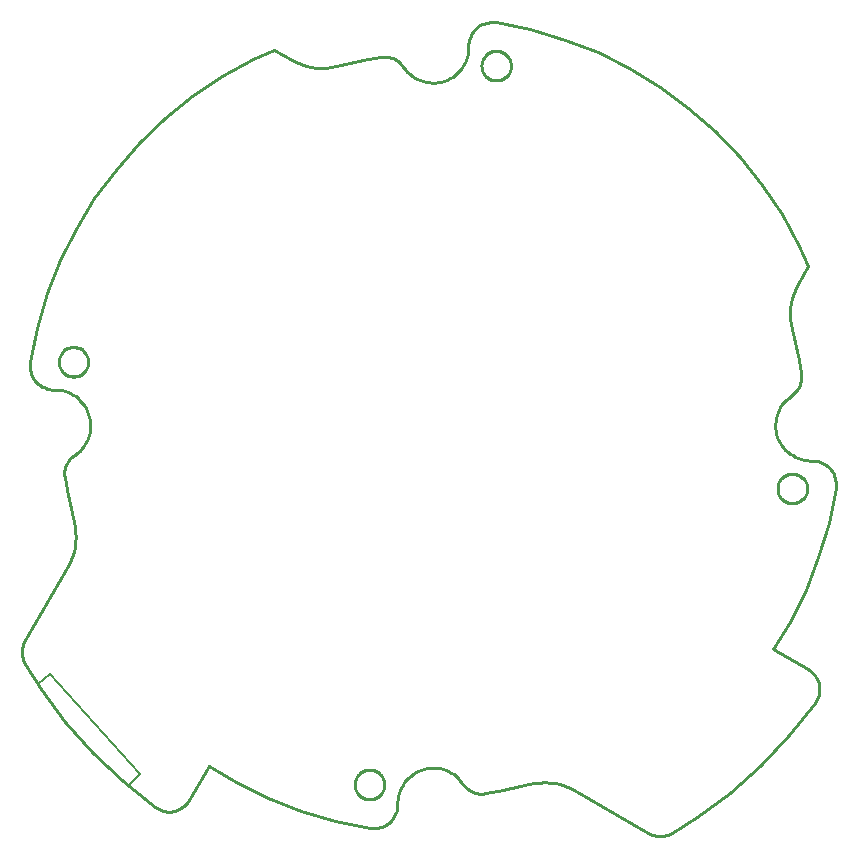
<source format=gbr>
G04 EAGLE Gerber RS-274X export*
G75*
%MOMM*%
%FSLAX34Y34*%
%LPD*%
%IN*%
%IPPOS*%
%AMOC8*
5,1,8,0,0,1.08239X$1,22.5*%
G01*
%ADD10C,0.010000*%
%ADD11C,0.001000*%
%ADD12C,0.127000*%
%ADD13C,0.254000*%


D10*
X64749Y228007D02*
X100773Y290403D01*
X529597Y100773D02*
X591993Y64749D01*
X380000Y88869D02*
X380000Y90000D01*
X220470Y121724D02*
X203735Y92739D01*
X730000Y380000D02*
X731131Y380000D01*
X698276Y220470D02*
X727261Y203735D01*
X727261Y203735D01*
X440000Y730000D02*
X440000Y731131D01*
X90000Y440000D02*
X88869Y440000D01*
X719227Y529597D02*
X727757Y544371D01*
X290403Y719227D02*
X275629Y727757D01*
X733433Y174647D02*
X727634Y166877D01*
X721648Y159250D01*
X715479Y151770D01*
X709130Y144442D01*
X702606Y137270D01*
X695910Y130258D01*
X689046Y123410D01*
X682017Y116731D01*
X674830Y110225D01*
X667486Y103894D01*
X659991Y97743D01*
X652349Y91776D01*
X644565Y85995D01*
X636644Y80405D01*
X628588Y75009D01*
X620405Y69809D01*
X612098Y64810D01*
X174647Y86567D02*
X166877Y92366D01*
X159250Y98352D01*
X151770Y104521D01*
X144442Y110870D01*
X137270Y117394D01*
X130258Y124090D01*
X123410Y130954D01*
X116731Y137983D01*
X110225Y145170D01*
X103894Y152514D01*
X97743Y160009D01*
X91776Y167651D01*
X85995Y175435D01*
X80405Y183356D01*
X75009Y191412D01*
X69809Y199595D01*
X64810Y207902D01*
X698276Y220470D02*
X702692Y227363D01*
X706943Y234360D01*
X711027Y241455D01*
X714942Y248645D01*
X718685Y255926D01*
X722254Y263294D01*
X725647Y270744D01*
X728862Y278273D01*
X731898Y285876D01*
X734753Y293549D01*
X737424Y301288D01*
X739912Y309087D01*
X742213Y316944D01*
X744328Y324853D01*
X746254Y332810D01*
X747991Y340810D01*
X749537Y348849D01*
X750893Y356923D01*
X356923Y69107D02*
X348849Y70463D01*
X340810Y72009D01*
X332810Y73746D01*
X324853Y75672D01*
X316944Y77787D01*
X309087Y80088D01*
X301288Y82576D01*
X293549Y85247D01*
X285876Y88102D01*
X278273Y91138D01*
X270744Y94353D01*
X263294Y97746D01*
X255926Y101315D01*
X248645Y105058D01*
X241455Y108972D01*
X234360Y113056D01*
X227363Y117308D01*
X220470Y121724D01*
X727757Y544371D02*
X724413Y552020D01*
X720885Y559585D01*
X717175Y567063D01*
X713285Y574449D01*
X709217Y581739D01*
X704974Y588928D01*
X700559Y596012D01*
X695973Y602988D01*
X691220Y609850D01*
X686303Y616596D01*
X681223Y623220D01*
X675985Y629720D01*
X670591Y636091D01*
X665045Y642330D01*
X659349Y648432D01*
X653507Y654395D01*
X647523Y660215D01*
X641400Y665889D01*
X635141Y671413D01*
X628750Y676783D01*
X622232Y681998D01*
X615589Y687053D01*
X608825Y691946D01*
X601945Y696674D01*
X594953Y701234D01*
X587853Y705624D01*
X580648Y709840D01*
X573344Y713881D01*
X565944Y717744D01*
X558452Y721427D01*
X550874Y724928D01*
X543213Y728244D01*
X535475Y731374D01*
X527662Y734315D01*
X519781Y737067D01*
X511836Y739628D01*
X503831Y741995D01*
X495771Y744168D01*
X487661Y746145D01*
X479505Y747926D01*
X471309Y749509D01*
X463077Y750893D01*
X275629Y727757D02*
X267980Y724413D01*
X260415Y720885D01*
X252937Y717175D01*
X245551Y713285D01*
X238261Y709217D01*
X231072Y704974D01*
X223988Y700559D01*
X217012Y695973D01*
X210150Y691220D01*
X203404Y686303D01*
X196780Y681223D01*
X190280Y675985D01*
X183909Y670591D01*
X177670Y665045D01*
X171568Y659349D01*
X165605Y653507D01*
X159785Y647523D01*
X154111Y641400D01*
X148587Y635141D01*
X143217Y628750D01*
X138002Y622232D01*
X132947Y615589D01*
X128054Y608825D01*
X123326Y601945D01*
X118766Y594953D01*
X114376Y587853D01*
X110160Y580648D01*
X106119Y573344D01*
X102256Y565944D01*
X98573Y558452D01*
X95072Y550874D01*
X91756Y543213D01*
X88626Y535475D01*
X85685Y527662D01*
X82933Y519781D01*
X80372Y511836D01*
X78005Y503831D01*
X75832Y495771D01*
X73855Y487661D01*
X72074Y479505D01*
X70491Y471309D01*
X69107Y463077D01*
X328361Y714237D02*
X335754Y716125D01*
X343190Y717833D01*
X350665Y719361D01*
X358176Y720708D01*
X365716Y721872D01*
X714237Y491639D02*
X716125Y484246D01*
X717833Y476810D01*
X719361Y469335D01*
X720708Y461824D01*
X721872Y454284D01*
X491638Y105763D02*
X484246Y103875D01*
X476809Y102167D01*
X469334Y100639D01*
X461824Y99292D01*
X454283Y98128D01*
X105763Y328361D02*
X103875Y335754D01*
X102167Y343190D01*
X100639Y350665D01*
X99292Y358176D01*
X98128Y365716D01*
X290403Y719228D02*
X291441Y718645D01*
X292493Y718087D01*
X293557Y717554D01*
X294634Y717046D01*
X295723Y716565D01*
X296823Y716109D01*
X297933Y715680D01*
X299054Y715278D01*
X300183Y714902D01*
X301322Y714553D01*
X302468Y714231D01*
X303622Y713937D01*
X304782Y713670D01*
X305948Y713431D01*
X307120Y713220D01*
X308296Y713037D01*
X309476Y712881D01*
X310660Y712754D01*
X311847Y712656D01*
X313035Y712585D01*
X314225Y712543D01*
X315415Y712529D01*
X316606Y712543D01*
X317795Y712586D01*
X318984Y712657D01*
X320170Y712757D01*
X321354Y712884D01*
X322534Y713040D01*
X323710Y713224D01*
X324882Y713436D01*
X326048Y713675D01*
X327208Y713943D01*
X328362Y714237D01*
X105763Y328362D02*
X106057Y327208D01*
X106325Y326048D01*
X106564Y324882D01*
X106776Y323710D01*
X106960Y322534D01*
X107116Y321354D01*
X107243Y320170D01*
X107343Y318984D01*
X107414Y317795D01*
X107457Y316606D01*
X107471Y315415D01*
X107457Y314225D01*
X107415Y313035D01*
X107344Y311847D01*
X107246Y310660D01*
X107119Y309476D01*
X106963Y308296D01*
X106780Y307120D01*
X106569Y305948D01*
X106330Y304782D01*
X106063Y303622D01*
X105769Y302468D01*
X105447Y301322D01*
X105098Y300183D01*
X104722Y299054D01*
X104320Y297933D01*
X103891Y296823D01*
X103435Y295723D01*
X102954Y294634D01*
X102446Y293557D01*
X101913Y292493D01*
X101355Y291441D01*
X100772Y290403D01*
X491639Y105764D02*
X492792Y106058D01*
X493952Y106326D01*
X495118Y106565D01*
X496290Y106777D01*
X497466Y106961D01*
X498646Y107117D01*
X499830Y107244D01*
X501016Y107344D01*
X502205Y107415D01*
X503394Y107458D01*
X504585Y107472D01*
X505775Y107458D01*
X506965Y107416D01*
X508154Y107345D01*
X509340Y107247D01*
X510524Y107120D01*
X511704Y106964D01*
X512880Y106781D01*
X514052Y106570D01*
X515218Y106331D01*
X516379Y106064D01*
X517532Y105770D01*
X518678Y105448D01*
X519817Y105099D01*
X520946Y104723D01*
X522067Y104321D01*
X523177Y103892D01*
X524277Y103436D01*
X525366Y102955D01*
X526443Y102447D01*
X527507Y101914D01*
X528559Y101356D01*
X529597Y100773D01*
X714237Y491638D02*
X713943Y492792D01*
X713675Y493952D01*
X713436Y495118D01*
X713224Y496290D01*
X713040Y497466D01*
X712884Y498646D01*
X712757Y499830D01*
X712657Y501016D01*
X712586Y502205D01*
X712543Y503394D01*
X712529Y504585D01*
X712543Y505775D01*
X712585Y506965D01*
X712656Y508153D01*
X712754Y509340D01*
X712881Y510524D01*
X713037Y511704D01*
X713220Y512880D01*
X713431Y514052D01*
X713670Y515218D01*
X713937Y516378D01*
X714231Y517532D01*
X714553Y518678D01*
X714902Y519817D01*
X715278Y520946D01*
X715680Y522067D01*
X716109Y523177D01*
X716565Y524277D01*
X717046Y525366D01*
X717554Y526443D01*
X718087Y527507D01*
X718645Y528559D01*
X719228Y529597D01*
X434883Y106758D02*
X434465Y107363D01*
X434032Y107957D01*
X433585Y108540D01*
X433124Y109113D01*
X432648Y109674D01*
X432159Y110223D01*
X431657Y110760D01*
X431142Y111284D01*
X430614Y111796D01*
X430073Y112295D01*
X429521Y112780D01*
X428957Y113252D01*
X428381Y113709D01*
X427795Y114152D01*
X427198Y114581D01*
X426590Y114995D01*
X425973Y115394D01*
X425346Y115778D01*
X424709Y116147D01*
X424064Y116499D01*
X423410Y116836D01*
X422749Y117156D01*
X422079Y117461D01*
X421403Y117748D01*
X420719Y118020D01*
X420030Y118274D01*
X419334Y118511D01*
X418632Y118731D01*
X417925Y118934D01*
X417214Y119120D01*
X416498Y119288D01*
X415779Y119438D01*
X415055Y119571D01*
X414329Y119686D01*
X413600Y119783D01*
X412869Y119862D01*
X412137Y119924D01*
X411403Y119967D01*
X410668Y119993D01*
X409933Y120000D01*
X409198Y119989D01*
X408463Y119961D01*
X407729Y119914D01*
X406997Y119849D01*
X406266Y119767D01*
X405538Y119666D01*
X404812Y119548D01*
X404090Y119412D01*
X403371Y119258D01*
X402656Y119087D01*
X401945Y118898D01*
X401239Y118692D01*
X400539Y118469D01*
X399844Y118229D01*
X399155Y117971D01*
X398473Y117697D01*
X397798Y117406D01*
X397130Y117099D01*
X396469Y116775D01*
X395817Y116436D01*
X395174Y116080D01*
X394539Y115709D01*
X393914Y115323D01*
X393298Y114921D01*
X392692Y114504D01*
X392097Y114072D01*
X391512Y113626D01*
X390939Y113166D01*
X390377Y112692D01*
X389827Y112205D01*
X389289Y111703D01*
X388763Y111189D01*
X388250Y110663D01*
X387750Y110123D01*
X387264Y109572D01*
X386791Y109009D01*
X386332Y108435D01*
X385888Y107849D01*
X385457Y107253D01*
X385042Y106646D01*
X384641Y106030D01*
X384256Y105403D01*
X383887Y104768D01*
X383532Y104123D01*
X383194Y103471D01*
X382872Y102810D01*
X382566Y102141D01*
X382277Y101465D01*
X382005Y100782D01*
X381749Y100093D01*
X381510Y99397D01*
X381288Y98696D01*
X381084Y97990D01*
X380897Y97279D01*
X380727Y96564D01*
X380575Y95844D01*
X380440Y95122D01*
X380324Y94396D01*
X380225Y93667D01*
X380144Y92936D01*
X380081Y92204D01*
X380036Y91470D01*
X380009Y90735D01*
X380000Y90000D01*
D11*
X106787Y385083D02*
X106736Y385157D01*
X106737Y385157D02*
X107341Y385574D01*
X107934Y386007D01*
X108516Y386453D01*
X109088Y386914D01*
X109648Y387389D01*
X110196Y387877D01*
X110732Y388378D01*
X111255Y388893D01*
X111766Y389420D01*
X112264Y389960D01*
X112748Y390511D01*
X113219Y391074D01*
X113676Y391649D01*
X114118Y392235D01*
X114546Y392831D01*
X114960Y393438D01*
X115358Y394054D01*
X115741Y394680D01*
X116109Y395316D01*
X116461Y395960D01*
X116797Y396612D01*
X117117Y397273D01*
X117421Y397941D01*
X117708Y398617D01*
X117978Y399299D01*
X118232Y399988D01*
X118469Y400683D01*
X118689Y401383D01*
X118891Y402089D01*
X119077Y402799D01*
X119244Y403514D01*
X119394Y404232D01*
X119527Y404954D01*
X119642Y405679D01*
X119739Y406407D01*
X119818Y407136D01*
X119879Y407868D01*
X119922Y408601D01*
X119948Y409334D01*
X119955Y410068D01*
X119944Y410802D01*
X119916Y411536D01*
X119869Y412268D01*
X119804Y412999D01*
X119722Y413729D01*
X119622Y414456D01*
X119504Y415181D01*
X119368Y415902D01*
X119214Y416620D01*
X119043Y417334D01*
X118855Y418043D01*
X118649Y418748D01*
X118426Y419447D01*
X118186Y420141D01*
X117929Y420828D01*
X117656Y421509D01*
X117365Y422184D01*
X117059Y422850D01*
X116736Y423510D01*
X116397Y424161D01*
X116042Y424803D01*
X115671Y425437D01*
X115285Y426061D01*
X114884Y426676D01*
X114468Y427281D01*
X114037Y427875D01*
X113592Y428459D01*
X113133Y429031D01*
X112659Y429592D01*
X112172Y430142D01*
X111672Y430679D01*
X111159Y431204D01*
X110633Y431716D01*
X110095Y432215D01*
X109544Y432701D01*
X108982Y433173D01*
X108409Y433631D01*
X107824Y434075D01*
X107229Y434504D01*
X106623Y434919D01*
X106008Y435319D01*
X105383Y435704D01*
X104748Y436073D01*
X104105Y436426D01*
X103453Y436764D01*
X102793Y437086D01*
X102126Y437391D01*
X101451Y437680D01*
X100769Y437952D01*
X100081Y438208D01*
X99387Y438446D01*
X98687Y438668D01*
X97982Y438872D01*
X97272Y439059D01*
X96558Y439228D01*
X95840Y439380D01*
X95118Y439515D01*
X94393Y439631D01*
X93666Y439730D01*
X92937Y439811D01*
X92205Y439874D01*
X91473Y439919D01*
X90739Y439946D01*
X90005Y439955D01*
X90005Y440044D01*
X90005Y440045D01*
X90741Y440036D01*
X91477Y440009D01*
X92212Y439963D01*
X92945Y439900D01*
X93677Y439819D01*
X94407Y439720D01*
X95134Y439603D01*
X95857Y439469D01*
X96578Y439316D01*
X97294Y439146D01*
X98006Y438959D01*
X98713Y438754D01*
X99415Y438532D01*
X100111Y438292D01*
X100802Y438036D01*
X101485Y437763D01*
X102162Y437473D01*
X102832Y437167D01*
X103494Y436844D01*
X104147Y436506D01*
X104792Y436151D01*
X105429Y435781D01*
X106056Y435395D01*
X106673Y434994D01*
X107281Y434578D01*
X107878Y434147D01*
X108464Y433702D01*
X109039Y433242D01*
X109603Y432769D01*
X110155Y432282D01*
X110695Y431781D01*
X111223Y431267D01*
X111737Y430741D01*
X112239Y430202D01*
X112727Y429651D01*
X113202Y429088D01*
X113663Y428514D01*
X114109Y427929D01*
X114541Y427333D01*
X114959Y426726D01*
X115361Y426110D01*
X115748Y425483D01*
X116120Y424848D01*
X116476Y424203D01*
X116816Y423550D01*
X117140Y422889D01*
X117448Y422220D01*
X117739Y421544D01*
X118013Y420861D01*
X118271Y420171D01*
X118512Y419475D01*
X118735Y418774D01*
X118942Y418067D01*
X119131Y417356D01*
X119302Y416640D01*
X119456Y415920D01*
X119592Y415196D01*
X119711Y414469D01*
X119811Y413740D01*
X119894Y413008D01*
X119959Y412275D01*
X120005Y411540D01*
X120034Y410805D01*
X120045Y410068D01*
X120038Y409332D01*
X120012Y408596D01*
X119969Y407861D01*
X119907Y407128D01*
X119828Y406396D01*
X119731Y405666D01*
X119616Y404939D01*
X119483Y404215D01*
X119332Y403494D01*
X119164Y402777D01*
X118978Y402065D01*
X118775Y401357D01*
X118555Y400655D01*
X118317Y399958D01*
X118062Y399267D01*
X117791Y398583D01*
X117503Y397905D01*
X117198Y397235D01*
X116877Y396572D01*
X116540Y395918D01*
X116187Y395272D01*
X115819Y394634D01*
X115434Y394006D01*
X115035Y393388D01*
X114620Y392779D01*
X114191Y392181D01*
X113747Y391594D01*
X113289Y391018D01*
X112817Y390453D01*
X112331Y389899D01*
X111832Y389358D01*
X111319Y388830D01*
X110794Y388313D01*
X110257Y387810D01*
X109707Y387321D01*
X109145Y386845D01*
X108572Y386383D01*
X107988Y385935D01*
X107393Y385501D01*
X106787Y385082D01*
X106782Y385090D01*
X107387Y385508D01*
X107982Y385942D01*
X108566Y386390D01*
X109139Y386852D01*
X109701Y387328D01*
X110250Y387817D01*
X110788Y388320D01*
X111313Y388836D01*
X111825Y389364D01*
X112324Y389905D01*
X112810Y390458D01*
X113282Y391023D01*
X113740Y391599D01*
X114184Y392187D01*
X114613Y392785D01*
X115027Y393393D01*
X115427Y394011D01*
X115811Y394639D01*
X116179Y395276D01*
X116532Y395922D01*
X116869Y396576D01*
X117190Y397239D01*
X117495Y397909D01*
X117783Y398586D01*
X118054Y399270D01*
X118309Y399961D01*
X118546Y400657D01*
X118766Y401360D01*
X118969Y402067D01*
X119155Y402779D01*
X119323Y403496D01*
X119474Y404216D01*
X119607Y404940D01*
X119722Y405667D01*
X119819Y406397D01*
X119898Y407129D01*
X119960Y407862D01*
X120003Y408597D01*
X120029Y409332D01*
X120036Y410068D01*
X120025Y410804D01*
X119997Y411540D01*
X119950Y412274D01*
X119885Y413008D01*
X119802Y413739D01*
X119702Y414468D01*
X119583Y415195D01*
X119447Y415918D01*
X119293Y416638D01*
X119122Y417353D01*
X118933Y418065D01*
X118727Y418771D01*
X118503Y419473D01*
X118263Y420168D01*
X118005Y420858D01*
X117730Y421541D01*
X117439Y422217D01*
X117132Y422885D01*
X116808Y423546D01*
X116468Y424199D01*
X116112Y424843D01*
X115740Y425479D01*
X115353Y426105D01*
X114951Y426721D01*
X114534Y427327D01*
X114102Y427923D01*
X113656Y428509D01*
X113195Y429083D01*
X112721Y429645D01*
X112232Y430196D01*
X111731Y430735D01*
X111216Y431261D01*
X110689Y431775D01*
X110149Y432275D01*
X109597Y432762D01*
X109034Y433235D01*
X108459Y433695D01*
X107872Y434140D01*
X107276Y434571D01*
X106668Y434987D01*
X106051Y435387D01*
X105424Y435773D01*
X104788Y436143D01*
X104143Y436498D01*
X103490Y436836D01*
X102828Y437159D01*
X102159Y437465D01*
X101482Y437755D01*
X100798Y438028D01*
X100108Y438284D01*
X99412Y438523D01*
X98711Y438745D01*
X98004Y438950D01*
X97292Y439137D01*
X96576Y439307D01*
X95856Y439460D01*
X95132Y439594D01*
X94405Y439711D01*
X93676Y439810D01*
X92944Y439891D01*
X92211Y439955D01*
X91477Y440000D01*
X90741Y440027D01*
X90005Y440036D01*
X90005Y440027D01*
X90741Y440018D01*
X91476Y439991D01*
X92210Y439946D01*
X92944Y439882D01*
X93675Y439801D01*
X94404Y439702D01*
X95130Y439585D01*
X95854Y439451D01*
X96574Y439299D01*
X97290Y439129D01*
X98001Y438941D01*
X98708Y438737D01*
X99410Y438515D01*
X100105Y438275D01*
X100795Y438019D01*
X101478Y437746D01*
X102155Y437457D01*
X102824Y437151D01*
X103485Y436828D01*
X104139Y436490D01*
X104784Y436136D01*
X105420Y435765D01*
X106046Y435380D01*
X106663Y434979D01*
X107270Y434563D01*
X107867Y434133D01*
X108453Y433688D01*
X109028Y433228D01*
X109591Y432755D01*
X110143Y432268D01*
X110683Y431768D01*
X111210Y431255D01*
X111724Y430729D01*
X112226Y430190D01*
X112714Y429639D01*
X113188Y429077D01*
X113649Y428503D01*
X114095Y427918D01*
X114527Y427322D01*
X114944Y426716D01*
X115346Y426100D01*
X115733Y425474D01*
X116104Y424839D01*
X116460Y424195D01*
X116800Y423542D01*
X117124Y422881D01*
X117431Y422213D01*
X117722Y421537D01*
X117996Y420854D01*
X118254Y420165D01*
X118495Y419470D01*
X118718Y418769D01*
X118924Y418062D01*
X119113Y417351D01*
X119285Y416636D01*
X119438Y415916D01*
X119575Y415193D01*
X119693Y414467D01*
X119793Y413738D01*
X119876Y413007D01*
X119941Y412274D01*
X119988Y411539D01*
X120016Y410804D01*
X120027Y410068D01*
X120020Y409333D01*
X119994Y408597D01*
X119951Y407863D01*
X119889Y407130D01*
X119810Y406398D01*
X119713Y405669D01*
X119598Y404942D01*
X119465Y404218D01*
X119315Y403498D01*
X119146Y402782D01*
X118961Y402070D01*
X118758Y401362D01*
X118538Y400660D01*
X118300Y399964D01*
X118046Y399273D01*
X117774Y398589D01*
X117486Y397912D01*
X117182Y397242D01*
X116861Y396580D01*
X116524Y395926D01*
X116172Y395280D01*
X115803Y394643D01*
X115419Y394016D01*
X115020Y393398D01*
X114605Y392790D01*
X114176Y392192D01*
X113733Y391605D01*
X113275Y391029D01*
X112803Y390464D01*
X112317Y389911D01*
X111819Y389371D01*
X111307Y388842D01*
X110782Y388326D01*
X110244Y387824D01*
X109695Y387334D01*
X109134Y386859D01*
X108561Y386397D01*
X107977Y385949D01*
X107382Y385516D01*
X106777Y385097D01*
X106772Y385105D01*
X107377Y385523D01*
X107972Y385956D01*
X108555Y386404D01*
X109128Y386866D01*
X109689Y387341D01*
X110238Y387830D01*
X110775Y388333D01*
X111300Y388849D01*
X111812Y389377D01*
X112311Y389917D01*
X112796Y390470D01*
X113268Y391035D01*
X113726Y391610D01*
X114169Y392197D01*
X114598Y392795D01*
X115012Y393403D01*
X115411Y394021D01*
X115795Y394648D01*
X116164Y395285D01*
X116516Y395930D01*
X116853Y396584D01*
X117174Y397246D01*
X117478Y397916D01*
X117766Y398593D01*
X118037Y399277D01*
X118292Y399967D01*
X118529Y400663D01*
X118749Y401365D01*
X118952Y402072D01*
X119138Y402784D01*
X119306Y403500D01*
X119456Y404220D01*
X119589Y404943D01*
X119704Y405670D01*
X119801Y406399D01*
X119881Y407130D01*
X119942Y407863D01*
X119985Y408598D01*
X120011Y409333D01*
X120018Y410068D01*
X120007Y410804D01*
X119979Y411539D01*
X119932Y412273D01*
X119867Y413006D01*
X119785Y413737D01*
X119684Y414465D01*
X119566Y415191D01*
X119430Y415914D01*
X119276Y416634D01*
X119105Y417349D01*
X118916Y418060D01*
X118710Y418766D01*
X118486Y419467D01*
X118246Y420162D01*
X117988Y420851D01*
X117714Y421534D01*
X117423Y422209D01*
X117115Y422878D01*
X116792Y423538D01*
X116452Y424190D01*
X116096Y424834D01*
X115725Y425469D01*
X115338Y426095D01*
X114936Y426711D01*
X114519Y427317D01*
X114088Y427913D01*
X113642Y428498D01*
X113181Y429071D01*
X112707Y429634D01*
X112219Y430184D01*
X111718Y430722D01*
X111203Y431248D01*
X110676Y431762D01*
X110137Y432262D01*
X109586Y432748D01*
X109022Y433221D01*
X108448Y433681D01*
X107862Y434125D01*
X107265Y434556D01*
X106658Y434972D01*
X106041Y435372D01*
X105415Y435758D01*
X104779Y436128D01*
X104135Y436482D01*
X103481Y436820D01*
X102820Y437143D01*
X102151Y437449D01*
X101475Y437738D01*
X100792Y438011D01*
X100102Y438267D01*
X99407Y438506D01*
X98705Y438728D01*
X97999Y438933D01*
X97288Y439120D01*
X96572Y439290D01*
X95852Y439442D01*
X95129Y439577D01*
X94403Y439693D01*
X93674Y439792D01*
X92943Y439873D01*
X92210Y439937D01*
X91476Y439982D01*
X90741Y440009D01*
X90005Y440018D01*
X90005Y440009D01*
X90740Y440000D01*
X91475Y439973D01*
X92209Y439928D01*
X92942Y439864D01*
X93673Y439783D01*
X94401Y439684D01*
X95127Y439568D01*
X95850Y439433D01*
X96570Y439281D01*
X97285Y439111D01*
X97996Y438924D01*
X98703Y438719D01*
X99404Y438497D01*
X100099Y438259D01*
X100789Y438003D01*
X101472Y437730D01*
X102148Y437440D01*
X102816Y437134D01*
X103477Y436812D01*
X104130Y436474D01*
X104775Y436120D01*
X105410Y435750D01*
X106037Y435365D01*
X106653Y434964D01*
X107260Y434549D01*
X107856Y434118D01*
X108442Y433673D01*
X109017Y433214D01*
X109580Y432742D01*
X110131Y432255D01*
X110670Y431755D01*
X111197Y431242D01*
X111711Y430716D01*
X112212Y430178D01*
X112700Y429628D01*
X113174Y429066D01*
X113634Y428492D01*
X114080Y427907D01*
X114512Y427312D01*
X114929Y426706D01*
X115331Y426090D01*
X115717Y425465D01*
X116089Y424830D01*
X116444Y424186D01*
X116784Y423534D01*
X117107Y422874D01*
X117415Y422206D01*
X117706Y421530D01*
X117980Y420848D01*
X118237Y420159D01*
X118478Y419464D01*
X118701Y418763D01*
X118907Y418058D01*
X119096Y417347D01*
X119267Y416632D01*
X119421Y415913D01*
X119557Y415190D01*
X119675Y414464D01*
X119776Y413736D01*
X119858Y413005D01*
X119923Y412272D01*
X119970Y411538D01*
X119998Y410804D01*
X120009Y410068D01*
X120002Y409333D01*
X119976Y408598D01*
X119933Y407864D01*
X119872Y407131D01*
X119792Y406400D01*
X119695Y405671D01*
X119580Y404945D01*
X119447Y404222D01*
X119297Y403502D01*
X119129Y402786D01*
X118943Y402074D01*
X118741Y401368D01*
X118520Y400666D01*
X118283Y399970D01*
X118029Y399280D01*
X117758Y398596D01*
X117470Y397920D01*
X117166Y397250D01*
X116845Y396588D01*
X116509Y395934D01*
X116156Y395289D01*
X115788Y394653D01*
X115404Y394025D01*
X115005Y393408D01*
X114591Y392800D01*
X114162Y392203D01*
X113718Y391616D01*
X113261Y391040D01*
X112789Y390476D01*
X112304Y389923D01*
X111805Y389383D01*
X111294Y388855D01*
X110769Y388339D01*
X110232Y387837D01*
X109683Y387348D01*
X109122Y386872D01*
X108550Y386411D01*
X107966Y385963D01*
X107372Y385530D01*
X106767Y385112D01*
X106762Y385120D01*
X107367Y385538D01*
X107961Y385971D01*
X108544Y386418D01*
X109116Y386879D01*
X109677Y387355D01*
X110226Y387844D01*
X110763Y388346D01*
X111287Y388861D01*
X111799Y389389D01*
X112297Y389930D01*
X112783Y390482D01*
X113254Y391046D01*
X113711Y391621D01*
X114155Y392208D01*
X114583Y392805D01*
X114997Y393413D01*
X115396Y394030D01*
X115780Y394657D01*
X116148Y395294D01*
X116501Y395939D01*
X116837Y396592D01*
X117158Y397254D01*
X117462Y397923D01*
X117749Y398600D01*
X118020Y399283D01*
X118275Y399973D01*
X118512Y400669D01*
X118732Y401370D01*
X118935Y402077D01*
X119120Y402788D01*
X119288Y403504D01*
X119439Y404223D01*
X119571Y404946D01*
X119686Y405673D01*
X119783Y406401D01*
X119863Y407132D01*
X119924Y407865D01*
X119967Y408599D01*
X119993Y409333D01*
X120000Y410068D01*
X119989Y410803D01*
X119961Y411538D01*
X119914Y412272D01*
X119849Y413004D01*
X119767Y413734D01*
X119666Y414463D01*
X119548Y415188D01*
X119412Y415911D01*
X119258Y416630D01*
X119087Y417345D01*
X118898Y418055D01*
X118692Y418761D01*
X118469Y419461D01*
X118229Y420156D01*
X117971Y420845D01*
X117697Y421527D01*
X117406Y422202D01*
X117099Y422870D01*
X116776Y423530D01*
X116436Y424182D01*
X116081Y424825D01*
X115710Y425460D01*
X115323Y426085D01*
X114921Y426701D01*
X114505Y427307D01*
X114073Y427902D01*
X113627Y428486D01*
X113167Y429060D01*
X112693Y429622D01*
X112206Y430172D01*
X111705Y430710D01*
X111191Y431236D01*
X110664Y431748D01*
X110125Y432248D01*
X109574Y432735D01*
X109011Y433207D01*
X108436Y433666D01*
X107851Y434111D01*
X107255Y434541D01*
X106648Y434957D01*
X106032Y435357D01*
X105406Y435742D01*
X104770Y436112D01*
X104126Y436466D01*
X103473Y436804D01*
X102813Y437126D01*
X102144Y437432D01*
X101468Y437721D01*
X100785Y437994D01*
X100096Y438250D01*
X99401Y438489D01*
X98700Y438711D01*
X97994Y438915D01*
X97283Y439103D01*
X96568Y439272D01*
X95849Y439424D01*
X95126Y439559D01*
X94400Y439676D01*
X93672Y439774D01*
X92941Y439856D01*
X92208Y439919D01*
X91475Y439964D01*
X90740Y439991D01*
X90005Y440000D01*
X90005Y439991D01*
X90740Y439982D01*
X91474Y439955D01*
X92208Y439910D01*
X92940Y439847D01*
X93670Y439766D01*
X94399Y439667D01*
X95124Y439550D01*
X95847Y439416D01*
X96566Y439263D01*
X97281Y439094D01*
X97992Y438907D01*
X98698Y438702D01*
X99398Y438480D01*
X100093Y438242D01*
X100782Y437986D01*
X101465Y437713D01*
X102140Y437424D01*
X102809Y437118D01*
X103469Y436796D01*
X104122Y436458D01*
X104766Y436104D01*
X105401Y435735D01*
X106027Y435349D01*
X106643Y434949D01*
X107250Y434534D01*
X107846Y434104D01*
X108431Y433659D01*
X109005Y433201D01*
X109568Y432728D01*
X110119Y432242D01*
X110658Y431742D01*
X111184Y431229D01*
X111698Y430704D01*
X112199Y430166D01*
X112686Y429616D01*
X113160Y429054D01*
X113620Y428481D01*
X114066Y427897D01*
X114497Y427302D01*
X114914Y426696D01*
X115316Y426081D01*
X115702Y425455D01*
X116073Y424821D01*
X116428Y424178D01*
X116768Y423526D01*
X117091Y422866D01*
X117398Y422198D01*
X117689Y421523D01*
X117963Y420841D01*
X118220Y420153D01*
X118460Y419458D01*
X118684Y418758D01*
X118890Y418053D01*
X119078Y417342D01*
X119250Y416628D01*
X119403Y415909D01*
X119539Y415187D01*
X119657Y414461D01*
X119758Y413733D01*
X119840Y413003D01*
X119905Y412271D01*
X119952Y411538D01*
X119980Y410803D01*
X119991Y410068D01*
X119984Y409333D01*
X119958Y408599D01*
X119915Y407865D01*
X119854Y407133D01*
X119774Y406402D01*
X119677Y405674D01*
X119562Y404948D01*
X119430Y404225D01*
X119279Y403506D01*
X119111Y402790D01*
X118926Y402079D01*
X118723Y401373D01*
X118503Y400671D01*
X118266Y399976D01*
X118012Y399286D01*
X117741Y398603D01*
X117454Y397927D01*
X117149Y397258D01*
X116829Y396596D01*
X116493Y395943D01*
X116140Y395298D01*
X115772Y394662D01*
X115389Y394035D01*
X114990Y393418D01*
X114576Y392810D01*
X114147Y392213D01*
X113704Y391627D01*
X113247Y391052D01*
X112776Y390488D01*
X112291Y389936D01*
X111792Y389395D01*
X111281Y388868D01*
X110757Y388352D01*
X110220Y387850D01*
X109671Y387362D01*
X109111Y386886D01*
X108539Y386425D01*
X107955Y385978D01*
X107361Y385545D01*
X106757Y385127D01*
X106752Y385134D01*
X107356Y385552D01*
X107950Y385985D01*
X108533Y386432D01*
X109105Y386893D01*
X109665Y387368D01*
X110214Y387857D01*
X110751Y388359D01*
X111275Y388874D01*
X111786Y389402D01*
X112284Y389942D01*
X112769Y390494D01*
X113240Y391057D01*
X113697Y391632D01*
X114140Y392219D01*
X114569Y392816D01*
X114982Y393423D01*
X115381Y394040D01*
X115764Y394666D01*
X116132Y395302D01*
X116485Y395947D01*
X116821Y396600D01*
X117141Y397262D01*
X117445Y397930D01*
X117733Y398607D01*
X118004Y399289D01*
X118258Y399979D01*
X118495Y400674D01*
X118715Y401375D01*
X118917Y402081D01*
X119103Y402792D01*
X119271Y403508D01*
X119421Y404227D01*
X119554Y404949D01*
X119668Y405675D01*
X119765Y406403D01*
X119845Y407134D01*
X119906Y407866D01*
X119949Y408599D01*
X119975Y409334D01*
X119982Y410068D01*
X119971Y410803D01*
X119943Y411537D01*
X119896Y412270D01*
X119831Y413002D01*
X119749Y413732D01*
X119648Y414460D01*
X119530Y415185D01*
X119394Y415907D01*
X119241Y416626D01*
X119070Y417340D01*
X118881Y418050D01*
X118675Y418756D01*
X118452Y419456D01*
X118212Y420150D01*
X117955Y420838D01*
X117681Y421520D01*
X117390Y422195D01*
X117083Y422862D01*
X116760Y423522D01*
X116420Y424173D01*
X116065Y424817D01*
X115694Y425451D01*
X115308Y426076D01*
X114906Y426691D01*
X114490Y427296D01*
X114059Y427891D01*
X113613Y428475D01*
X113153Y429048D01*
X112680Y429610D01*
X112192Y430160D01*
X111692Y430698D01*
X111178Y431223D01*
X110652Y431735D01*
X110113Y432235D01*
X109562Y432721D01*
X108999Y433194D01*
X108425Y433652D01*
X107840Y434097D01*
X107245Y434526D01*
X106638Y434942D01*
X106022Y435342D01*
X105396Y435727D01*
X104761Y436096D01*
X104118Y436450D01*
X103465Y436788D01*
X102805Y437110D01*
X102137Y437416D01*
X101461Y437705D01*
X100779Y437977D01*
X100090Y438233D01*
X99395Y438472D01*
X98695Y438694D01*
X97989Y438898D01*
X97279Y439085D01*
X96564Y439255D01*
X95845Y439407D01*
X95123Y439541D01*
X94397Y439658D01*
X93669Y439757D01*
X92939Y439838D01*
X92207Y439901D01*
X91474Y439946D01*
X90740Y439973D01*
X90005Y439982D01*
X90005Y439973D01*
X90739Y439964D01*
X91473Y439937D01*
X92207Y439892D01*
X92938Y439829D01*
X93668Y439748D01*
X94396Y439649D01*
X95121Y439532D01*
X95843Y439398D01*
X96562Y439246D01*
X97277Y439076D01*
X97987Y438889D01*
X98692Y438685D01*
X99393Y438463D01*
X100087Y438225D01*
X100776Y437969D01*
X101458Y437697D01*
X102133Y437407D01*
X102801Y437102D01*
X103461Y436780D01*
X104113Y436442D01*
X104757Y436089D01*
X105392Y435719D01*
X106017Y435334D01*
X106633Y434934D01*
X107239Y434519D01*
X107835Y434089D01*
X108420Y433645D01*
X108994Y433187D01*
X109556Y432714D01*
X110107Y432228D01*
X110645Y431729D01*
X111172Y431216D01*
X111685Y430691D01*
X112186Y430154D01*
X112673Y429604D01*
X113146Y429043D01*
X113606Y428470D01*
X114052Y427886D01*
X114483Y427291D01*
X114899Y426686D01*
X115300Y426071D01*
X115687Y425446D01*
X116057Y424812D01*
X116412Y424169D01*
X116752Y423518D01*
X117075Y422858D01*
X117382Y422191D01*
X117672Y421516D01*
X117946Y420835D01*
X118203Y420147D01*
X118443Y419453D01*
X118666Y418753D01*
X118872Y418048D01*
X119061Y417338D01*
X119232Y416624D01*
X119385Y415905D01*
X119521Y415184D01*
X119640Y414459D01*
X119740Y413731D01*
X119822Y413001D01*
X119887Y412270D01*
X119934Y411537D01*
X119962Y410803D01*
X119973Y410068D01*
X119966Y409334D01*
X119940Y408600D01*
X119897Y407867D01*
X119836Y407135D01*
X119757Y406404D01*
X119660Y405676D01*
X119545Y404951D01*
X119412Y404229D01*
X119262Y403510D01*
X119094Y402795D01*
X118909Y402084D01*
X118706Y401378D01*
X118486Y400677D01*
X118249Y399982D01*
X117995Y399293D01*
X117724Y398610D01*
X117437Y397934D01*
X117133Y397265D01*
X116813Y396604D01*
X116477Y395951D01*
X116125Y395307D01*
X115757Y394671D01*
X115373Y394045D01*
X114975Y393428D01*
X114561Y392821D01*
X114133Y392224D01*
X113690Y391638D01*
X113233Y391063D01*
X112762Y390499D01*
X112277Y389948D01*
X111779Y389408D01*
X111268Y388880D01*
X110744Y388365D01*
X110208Y387864D01*
X109660Y387375D01*
X109099Y386900D01*
X108527Y386439D01*
X107945Y385992D01*
X107351Y385560D01*
X106747Y385142D01*
X106742Y385149D01*
X107346Y385567D01*
X107939Y385999D01*
X108522Y386446D01*
X109094Y386907D01*
X109654Y387382D01*
X110202Y387870D01*
X110738Y388372D01*
X111262Y388887D01*
X111773Y389414D01*
X112271Y389954D01*
X112755Y390505D01*
X113226Y391069D01*
X113683Y391644D01*
X114126Y392229D01*
X114554Y392826D01*
X114967Y393433D01*
X115366Y394049D01*
X115749Y394676D01*
X116117Y395311D01*
X116469Y395956D01*
X116805Y396608D01*
X117125Y397269D01*
X117429Y397938D01*
X117716Y398613D01*
X117987Y399296D01*
X118241Y399985D01*
X118478Y400680D01*
X118697Y401380D01*
X118900Y402086D01*
X119085Y402797D01*
X119253Y403512D01*
X119403Y404230D01*
X119536Y404953D01*
X119651Y405678D01*
X119748Y406406D01*
X119827Y407136D01*
X119888Y407867D01*
X119931Y408600D01*
X119957Y409334D01*
X119964Y410068D01*
X119953Y410802D01*
X119925Y411536D01*
X119878Y412269D01*
X119813Y413000D01*
X119731Y413730D01*
X119631Y414457D01*
X119512Y415182D01*
X119377Y415904D01*
X119223Y416622D01*
X119052Y417336D01*
X118864Y418045D01*
X118658Y418750D01*
X118435Y419450D01*
X118195Y420144D01*
X117938Y420832D01*
X117664Y421513D01*
X117374Y422187D01*
X117067Y422854D01*
X116744Y423514D01*
X116404Y424165D01*
X116049Y424808D01*
X115679Y425442D01*
X115293Y426066D01*
X114891Y426681D01*
X114475Y427286D01*
X114044Y427880D01*
X113599Y428464D01*
X113139Y429037D01*
X112666Y429598D01*
X112179Y430148D01*
X111679Y430685D01*
X111165Y431210D01*
X110639Y431722D01*
X110101Y432222D01*
X109550Y432707D01*
X108988Y433180D01*
X108414Y433638D01*
X107830Y434082D01*
X107234Y434512D01*
X106628Y434927D01*
X106013Y435327D01*
X105387Y435711D01*
X104753Y436081D01*
X104109Y436434D01*
X103457Y436772D01*
X102797Y437094D01*
X102129Y437399D01*
X101454Y437688D01*
X100773Y437961D01*
X100084Y438216D01*
X99390Y438455D01*
X98690Y438676D01*
X97984Y438881D01*
X97274Y439068D01*
X96560Y439237D01*
X95842Y439389D01*
X95120Y439523D01*
X94395Y439640D01*
X93667Y439739D01*
X92937Y439820D01*
X92206Y439883D01*
X91473Y439928D01*
X90739Y439955D01*
X90005Y439964D01*
D10*
X385117Y713242D02*
X385535Y712637D01*
X385968Y712043D01*
X386415Y711460D01*
X386876Y710887D01*
X387352Y710326D01*
X387841Y709777D01*
X388343Y709240D01*
X388858Y708716D01*
X389386Y708204D01*
X389927Y707705D01*
X390479Y707220D01*
X391043Y706748D01*
X391619Y706291D01*
X392205Y705848D01*
X392802Y705419D01*
X393410Y705005D01*
X394027Y704606D01*
X394654Y704222D01*
X395291Y703853D01*
X395936Y703501D01*
X396590Y703164D01*
X397251Y702844D01*
X397921Y702539D01*
X398597Y702252D01*
X399281Y701980D01*
X399970Y701726D01*
X400666Y701489D01*
X401368Y701269D01*
X402075Y701066D01*
X402786Y700880D01*
X403502Y700712D01*
X404221Y700562D01*
X404945Y700429D01*
X405671Y700314D01*
X406400Y700217D01*
X407131Y700138D01*
X407863Y700076D01*
X408597Y700033D01*
X409332Y700007D01*
X410067Y700000D01*
X410802Y700011D01*
X411537Y700039D01*
X412271Y700086D01*
X413003Y700151D01*
X413734Y700233D01*
X414462Y700334D01*
X415188Y700452D01*
X415910Y700588D01*
X416629Y700742D01*
X417344Y700913D01*
X418055Y701102D01*
X418761Y701308D01*
X419461Y701531D01*
X420156Y701771D01*
X420845Y702029D01*
X421527Y702303D01*
X422202Y702594D01*
X422870Y702901D01*
X423531Y703225D01*
X424183Y703564D01*
X424826Y703920D01*
X425461Y704291D01*
X426086Y704677D01*
X426702Y705079D01*
X427308Y705496D01*
X427903Y705928D01*
X428488Y706374D01*
X429061Y706834D01*
X429623Y707308D01*
X430173Y707795D01*
X430711Y708297D01*
X431237Y708811D01*
X431750Y709337D01*
X432250Y709877D01*
X432736Y710428D01*
X433209Y710991D01*
X433668Y711565D01*
X434112Y712151D01*
X434543Y712747D01*
X434958Y713354D01*
X435359Y713970D01*
X435744Y714597D01*
X436113Y715232D01*
X436468Y715877D01*
X436806Y716529D01*
X437128Y717190D01*
X437434Y717859D01*
X437723Y718535D01*
X437995Y719218D01*
X438251Y719907D01*
X438490Y720603D01*
X438712Y721304D01*
X438916Y722010D01*
X439103Y722721D01*
X439273Y723436D01*
X439425Y724156D01*
X439560Y724878D01*
X439676Y725604D01*
X439775Y726333D01*
X439856Y727064D01*
X439919Y727796D01*
X439964Y728530D01*
X439991Y729265D01*
X440000Y730000D01*
X713242Y434883D02*
X712637Y434465D01*
X712043Y434032D01*
X711460Y433585D01*
X710887Y433124D01*
X710326Y432648D01*
X709777Y432159D01*
X709240Y431657D01*
X708716Y431142D01*
X708204Y430614D01*
X707705Y430073D01*
X707220Y429521D01*
X706748Y428957D01*
X706291Y428381D01*
X705848Y427795D01*
X705419Y427198D01*
X705005Y426590D01*
X704606Y425973D01*
X704222Y425346D01*
X703853Y424709D01*
X703501Y424064D01*
X703164Y423410D01*
X702844Y422749D01*
X702539Y422079D01*
X702252Y421403D01*
X701980Y420719D01*
X701726Y420030D01*
X701489Y419334D01*
X701269Y418632D01*
X701066Y417925D01*
X700880Y417214D01*
X700712Y416498D01*
X700562Y415779D01*
X700429Y415055D01*
X700314Y414329D01*
X700217Y413600D01*
X700138Y412869D01*
X700076Y412137D01*
X700033Y411403D01*
X700007Y410668D01*
X700000Y409933D01*
X700011Y409198D01*
X700039Y408463D01*
X700086Y407729D01*
X700151Y406997D01*
X700233Y406266D01*
X700334Y405538D01*
X700452Y404812D01*
X700588Y404090D01*
X700742Y403371D01*
X700913Y402656D01*
X701102Y401945D01*
X701308Y401239D01*
X701531Y400539D01*
X701771Y399844D01*
X702029Y399155D01*
X702303Y398473D01*
X702594Y397798D01*
X702901Y397130D01*
X703225Y396469D01*
X703564Y395817D01*
X703920Y395174D01*
X704291Y394539D01*
X704677Y393914D01*
X705079Y393298D01*
X705496Y392692D01*
X705928Y392097D01*
X706374Y391512D01*
X706834Y390939D01*
X707308Y390377D01*
X707795Y389827D01*
X708297Y389289D01*
X708811Y388763D01*
X709337Y388250D01*
X709877Y387750D01*
X710428Y387264D01*
X710991Y386791D01*
X711565Y386332D01*
X712151Y385888D01*
X712747Y385457D01*
X713354Y385042D01*
X713970Y384641D01*
X714597Y384256D01*
X715232Y383887D01*
X715877Y383532D01*
X716529Y383194D01*
X717190Y382872D01*
X717859Y382566D01*
X718535Y382277D01*
X719218Y382005D01*
X719907Y381749D01*
X720603Y381510D01*
X721304Y381288D01*
X722010Y381084D01*
X722721Y380897D01*
X723436Y380727D01*
X724156Y380575D01*
X724878Y380440D01*
X725604Y380324D01*
X726333Y380225D01*
X727064Y380144D01*
X727796Y380081D01*
X728530Y380036D01*
X729265Y380009D01*
X730000Y380000D01*
X385117Y713242D02*
X384840Y713642D01*
X384554Y714036D01*
X384258Y714422D01*
X383953Y714801D01*
X383639Y715172D01*
X383315Y715536D01*
X382983Y715892D01*
X382643Y716239D01*
X382294Y716579D01*
X381937Y716909D01*
X381572Y717231D01*
X381199Y717544D01*
X380819Y717847D01*
X380432Y718142D01*
X380037Y718427D01*
X379636Y718702D01*
X379228Y718967D01*
X378814Y719222D01*
X378393Y719468D01*
X377967Y719702D01*
X377536Y719927D01*
X377098Y720141D01*
X376656Y720344D01*
X376209Y720536D01*
X375758Y720717D01*
X375302Y720888D01*
X374842Y721047D01*
X374379Y721195D01*
X373912Y721332D01*
X373442Y721457D01*
X372969Y721571D01*
X372493Y721673D01*
X372015Y721764D01*
X371535Y721843D01*
X371053Y721910D01*
X370569Y721966D01*
X370085Y722009D01*
X369599Y722041D01*
X369113Y722061D01*
X368627Y722070D01*
X368140Y722066D01*
X367654Y722051D01*
X367168Y722024D01*
X366683Y721985D01*
X366199Y721934D01*
X365716Y721871D01*
X440000Y731131D02*
X440006Y731617D01*
X440024Y732103D01*
X440053Y732588D01*
X440094Y733072D01*
X440147Y733555D01*
X440212Y734037D01*
X440289Y734517D01*
X440377Y734994D01*
X440476Y735470D01*
X440588Y735943D01*
X440710Y736413D01*
X440844Y736881D01*
X440990Y737344D01*
X441146Y737804D01*
X441314Y738260D01*
X441493Y738712D01*
X441682Y739160D01*
X441883Y739603D01*
X442094Y740040D01*
X442316Y740473D01*
X442548Y740900D01*
X442790Y741321D01*
X443043Y741736D01*
X443306Y742145D01*
X443578Y742547D01*
X443861Y742943D01*
X444152Y743331D01*
X444453Y743713D01*
X444764Y744087D01*
X445083Y744453D01*
X445411Y744812D01*
X445748Y745162D01*
X446093Y745504D01*
X446446Y745838D01*
X446808Y746163D01*
X447177Y746479D01*
X447553Y746786D01*
X447937Y747084D01*
X448329Y747372D01*
X448727Y747651D01*
X449131Y747920D01*
X449542Y748179D01*
X449960Y748428D01*
X450383Y748667D01*
X450812Y748896D01*
X451246Y749114D01*
X451686Y749321D01*
X452130Y749518D01*
X452579Y749703D01*
X453033Y749878D01*
X453490Y750042D01*
X453952Y750195D01*
X454417Y750336D01*
X454885Y750466D01*
X455356Y750584D01*
X455830Y750691D01*
X456307Y750787D01*
X456785Y750871D01*
X457266Y750943D01*
X457748Y751004D01*
X458232Y751053D01*
X458716Y751090D01*
X459201Y751115D01*
X459687Y751129D01*
X460173Y751130D01*
X460659Y751120D01*
X461145Y751098D01*
X461629Y751065D01*
X462113Y751019D01*
X462596Y750962D01*
X463077Y750893D01*
X721871Y454284D02*
X721934Y453801D01*
X721985Y453317D01*
X722024Y452832D01*
X722051Y452346D01*
X722066Y451860D01*
X722070Y451373D01*
X722061Y450887D01*
X722041Y450401D01*
X722009Y449915D01*
X721966Y449431D01*
X721910Y448947D01*
X721843Y448465D01*
X721764Y447985D01*
X721673Y447507D01*
X721571Y447031D01*
X721457Y446558D01*
X721332Y446088D01*
X721195Y445621D01*
X721047Y445158D01*
X720888Y444698D01*
X720717Y444242D01*
X720536Y443791D01*
X720344Y443344D01*
X720141Y442902D01*
X719927Y442464D01*
X719702Y442033D01*
X719468Y441607D01*
X719222Y441186D01*
X718967Y440772D01*
X718702Y440364D01*
X718427Y439963D01*
X718142Y439568D01*
X717847Y439181D01*
X717544Y438801D01*
X717231Y438428D01*
X716909Y438063D01*
X716579Y437706D01*
X716239Y437357D01*
X715892Y437017D01*
X715536Y436685D01*
X715172Y436361D01*
X714801Y436047D01*
X714422Y435742D01*
X714036Y435446D01*
X713642Y435160D01*
X713242Y434883D01*
X731131Y380000D02*
X731617Y379994D01*
X732103Y379976D01*
X732588Y379947D01*
X733072Y379906D01*
X733555Y379853D01*
X734037Y379788D01*
X734517Y379711D01*
X734994Y379623D01*
X735470Y379524D01*
X735943Y379412D01*
X736413Y379290D01*
X736881Y379156D01*
X737344Y379010D01*
X737804Y378854D01*
X738260Y378686D01*
X738712Y378507D01*
X739160Y378318D01*
X739603Y378117D01*
X740040Y377906D01*
X740473Y377684D01*
X740900Y377452D01*
X741321Y377210D01*
X741736Y376957D01*
X742145Y376694D01*
X742547Y376422D01*
X742943Y376140D01*
X743331Y375848D01*
X743713Y375547D01*
X744087Y375236D01*
X744453Y374917D01*
X744812Y374589D01*
X745162Y374252D01*
X745504Y373907D01*
X745838Y373554D01*
X746163Y373192D01*
X746479Y372823D01*
X746786Y372447D01*
X747084Y372063D01*
X747372Y371671D01*
X747651Y371273D01*
X747920Y370869D01*
X748179Y370458D01*
X748428Y370040D01*
X748667Y369617D01*
X748896Y369188D01*
X749114Y368754D01*
X749321Y368314D01*
X749518Y367870D01*
X749703Y367421D01*
X749878Y366967D01*
X750042Y366510D01*
X750194Y366048D01*
X750336Y365583D01*
X750466Y365115D01*
X750584Y364644D01*
X750691Y364170D01*
X750787Y363693D01*
X750871Y363215D01*
X750943Y362734D01*
X751004Y362252D01*
X751053Y361768D01*
X751090Y361284D01*
X751115Y360799D01*
X751129Y360313D01*
X751130Y359827D01*
X751120Y359341D01*
X751098Y358855D01*
X751065Y358371D01*
X751019Y357887D01*
X750962Y357404D01*
X750893Y356923D01*
X727261Y203735D02*
X727679Y203487D01*
X728090Y203229D01*
X728496Y202961D01*
X728894Y202684D01*
X729286Y202396D01*
X729671Y202099D01*
X730048Y201793D01*
X730418Y201478D01*
X730780Y201154D01*
X731134Y200821D01*
X731480Y200480D01*
X731817Y200131D01*
X732146Y199773D01*
X732466Y199407D01*
X732777Y199034D01*
X733079Y198654D01*
X733372Y198266D01*
X733655Y197871D01*
X733928Y197469D01*
X734192Y197061D01*
X734446Y196647D01*
X734689Y196226D01*
X734922Y195800D01*
X735145Y195368D01*
X735357Y194931D01*
X735559Y194489D01*
X735750Y194042D01*
X735929Y193591D01*
X736098Y193135D01*
X736256Y192676D01*
X736402Y192213D01*
X736537Y191746D01*
X736661Y191276D01*
X736774Y190803D01*
X736874Y190328D01*
X736964Y189850D01*
X737041Y189371D01*
X737107Y188889D01*
X737162Y188407D01*
X737204Y187923D01*
X737235Y187438D01*
X737254Y186952D01*
X737261Y186466D01*
X737256Y185981D01*
X737240Y185495D01*
X737212Y185010D01*
X737172Y184526D01*
X737120Y184043D01*
X737056Y183561D01*
X736981Y183081D01*
X736894Y182603D01*
X736796Y182127D01*
X736686Y181654D01*
X736565Y181184D01*
X736432Y180716D01*
X736288Y180252D01*
X736132Y179792D01*
X735966Y179335D01*
X735789Y178883D01*
X735600Y178435D01*
X735401Y177992D01*
X735191Y177554D01*
X734970Y177121D01*
X734739Y176694D01*
X734498Y176272D01*
X734247Y175856D01*
X733985Y175447D01*
X733714Y175044D01*
X733433Y174647D01*
X612098Y64809D02*
X611672Y64567D01*
X611241Y64335D01*
X610803Y64114D01*
X610361Y63904D01*
X609914Y63704D01*
X609462Y63516D01*
X609005Y63338D01*
X608544Y63172D01*
X608079Y63018D01*
X607611Y62874D01*
X607139Y62742D01*
X606664Y62622D01*
X606186Y62514D01*
X605706Y62417D01*
X605224Y62332D01*
X604739Y62258D01*
X604253Y62197D01*
X603766Y62148D01*
X603278Y62110D01*
X602788Y62085D01*
X602299Y62071D01*
X601809Y62070D01*
X601319Y62080D01*
X600830Y62103D01*
X600341Y62137D01*
X599853Y62184D01*
X599367Y62242D01*
X598882Y62312D01*
X598399Y62395D01*
X597918Y62488D01*
X597440Y62594D01*
X596964Y62711D01*
X596492Y62840D01*
X596022Y62981D01*
X595557Y63133D01*
X595095Y63296D01*
X594637Y63471D01*
X594184Y63657D01*
X593735Y63853D01*
X593292Y64061D01*
X592853Y64280D01*
X592420Y64509D01*
X591993Y64748D01*
X454284Y98129D02*
X453801Y98066D01*
X453317Y98015D01*
X452832Y97976D01*
X452346Y97949D01*
X451860Y97934D01*
X451373Y97930D01*
X450887Y97939D01*
X450401Y97959D01*
X449915Y97991D01*
X449431Y98034D01*
X448947Y98090D01*
X448465Y98157D01*
X447985Y98236D01*
X447507Y98327D01*
X447031Y98429D01*
X446558Y98543D01*
X446088Y98668D01*
X445621Y98805D01*
X445158Y98953D01*
X444698Y99112D01*
X444242Y99283D01*
X443791Y99464D01*
X443344Y99656D01*
X442902Y99859D01*
X442464Y100073D01*
X442033Y100298D01*
X441607Y100532D01*
X441186Y100778D01*
X440772Y101033D01*
X440364Y101298D01*
X439963Y101573D01*
X439568Y101858D01*
X439181Y102153D01*
X438801Y102456D01*
X438428Y102769D01*
X438063Y103091D01*
X437706Y103421D01*
X437357Y103761D01*
X437017Y104108D01*
X436685Y104464D01*
X436361Y104828D01*
X436047Y105199D01*
X435742Y105578D01*
X435446Y105964D01*
X435160Y106358D01*
X434883Y106758D01*
X380000Y88869D02*
X379994Y88383D01*
X379976Y87897D01*
X379947Y87412D01*
X379906Y86928D01*
X379853Y86445D01*
X379788Y85963D01*
X379711Y85483D01*
X379623Y85006D01*
X379524Y84530D01*
X379412Y84057D01*
X379290Y83587D01*
X379156Y83119D01*
X379010Y82656D01*
X378854Y82196D01*
X378686Y81740D01*
X378507Y81288D01*
X378318Y80840D01*
X378117Y80397D01*
X377906Y79960D01*
X377684Y79527D01*
X377452Y79100D01*
X377210Y78679D01*
X376957Y78264D01*
X376694Y77855D01*
X376422Y77453D01*
X376140Y77057D01*
X375848Y76669D01*
X375547Y76287D01*
X375236Y75913D01*
X374917Y75547D01*
X374589Y75188D01*
X374252Y74838D01*
X373907Y74496D01*
X373554Y74162D01*
X373192Y73837D01*
X372823Y73521D01*
X372447Y73214D01*
X372063Y72916D01*
X371671Y72628D01*
X371273Y72349D01*
X370869Y72080D01*
X370458Y71821D01*
X370040Y71572D01*
X369617Y71333D01*
X369188Y71104D01*
X368754Y70886D01*
X368314Y70679D01*
X367870Y70482D01*
X367421Y70297D01*
X366967Y70122D01*
X366510Y69958D01*
X366048Y69805D01*
X365583Y69664D01*
X365115Y69534D01*
X364644Y69416D01*
X364170Y69309D01*
X363693Y69213D01*
X363215Y69129D01*
X362734Y69057D01*
X362252Y68996D01*
X361768Y68947D01*
X361284Y68910D01*
X360798Y68885D01*
X360313Y68871D01*
X359827Y68870D01*
X359341Y68880D01*
X358855Y68902D01*
X358371Y68935D01*
X357887Y68981D01*
X357404Y69038D01*
X356923Y69107D01*
X203735Y92739D02*
X203487Y92321D01*
X203229Y91910D01*
X202961Y91504D01*
X202684Y91106D01*
X202396Y90714D01*
X202099Y90329D01*
X201793Y89952D01*
X201478Y89582D01*
X201154Y89220D01*
X200821Y88866D01*
X200480Y88520D01*
X200131Y88183D01*
X199773Y87854D01*
X199407Y87534D01*
X199034Y87223D01*
X198654Y86921D01*
X198266Y86628D01*
X197871Y86345D01*
X197469Y86072D01*
X197061Y85808D01*
X196647Y85554D01*
X196226Y85311D01*
X195800Y85078D01*
X195368Y84855D01*
X194931Y84643D01*
X194489Y84441D01*
X194042Y84250D01*
X193591Y84071D01*
X193135Y83902D01*
X192676Y83744D01*
X192213Y83598D01*
X191746Y83463D01*
X191276Y83339D01*
X190803Y83226D01*
X190328Y83126D01*
X189850Y83036D01*
X189371Y82959D01*
X188889Y82893D01*
X188407Y82838D01*
X187923Y82796D01*
X187438Y82765D01*
X186952Y82746D01*
X186466Y82739D01*
X185981Y82744D01*
X185495Y82760D01*
X185010Y82788D01*
X184526Y82828D01*
X184043Y82880D01*
X183561Y82944D01*
X183081Y83019D01*
X182603Y83106D01*
X182127Y83204D01*
X181654Y83314D01*
X181183Y83435D01*
X180716Y83568D01*
X180252Y83712D01*
X179792Y83868D01*
X179335Y84034D01*
X178883Y84211D01*
X178435Y84400D01*
X177992Y84599D01*
X177554Y84809D01*
X177121Y85030D01*
X176694Y85261D01*
X176272Y85502D01*
X175856Y85753D01*
X175447Y86015D01*
X175044Y86286D01*
X174647Y86567D01*
X64809Y207902D02*
X64567Y208328D01*
X64335Y208759D01*
X64114Y209197D01*
X63904Y209639D01*
X63704Y210086D01*
X63516Y210538D01*
X63338Y210995D01*
X63172Y211456D01*
X63018Y211921D01*
X62874Y212389D01*
X62742Y212861D01*
X62622Y213336D01*
X62514Y213814D01*
X62417Y214294D01*
X62332Y214776D01*
X62258Y215261D01*
X62197Y215747D01*
X62148Y216234D01*
X62110Y216722D01*
X62085Y217212D01*
X62071Y217701D01*
X62070Y218191D01*
X62080Y218681D01*
X62103Y219170D01*
X62137Y219659D01*
X62184Y220147D01*
X62242Y220633D01*
X62312Y221118D01*
X62395Y221601D01*
X62488Y222082D01*
X62594Y222560D01*
X62711Y223036D01*
X62840Y223508D01*
X62981Y223978D01*
X63133Y224443D01*
X63296Y224905D01*
X63471Y225363D01*
X63657Y225816D01*
X63853Y226265D01*
X64061Y226708D01*
X64280Y227147D01*
X64509Y227580D01*
X64748Y228007D01*
X98129Y365716D02*
X98066Y366199D01*
X98015Y366683D01*
X97976Y367168D01*
X97949Y367654D01*
X97934Y368140D01*
X97930Y368627D01*
X97939Y369113D01*
X97959Y369599D01*
X97991Y370085D01*
X98034Y370569D01*
X98090Y371053D01*
X98157Y371535D01*
X98236Y372015D01*
X98327Y372493D01*
X98429Y372969D01*
X98543Y373442D01*
X98668Y373912D01*
X98805Y374379D01*
X98953Y374842D01*
X99112Y375302D01*
X99283Y375758D01*
X99464Y376209D01*
X99656Y376656D01*
X99859Y377098D01*
X100073Y377536D01*
X100298Y377967D01*
X100532Y378393D01*
X100778Y378814D01*
X101033Y379228D01*
X101298Y379636D01*
X101573Y380037D01*
X101858Y380432D01*
X102153Y380819D01*
X102456Y381199D01*
X102769Y381572D01*
X103091Y381937D01*
X103421Y382294D01*
X103761Y382643D01*
X104108Y382983D01*
X104464Y383315D01*
X104828Y383639D01*
X105199Y383953D01*
X105578Y384258D01*
X105964Y384554D01*
X106358Y384840D01*
X106758Y385117D01*
D11*
X69062Y463078D02*
X69151Y463065D01*
X69082Y462585D01*
X69025Y462104D01*
X68980Y461621D01*
X68946Y461138D01*
X68925Y460653D01*
X68915Y460169D01*
X68917Y459684D01*
X68930Y459199D01*
X68955Y458715D01*
X68992Y458232D01*
X69041Y457750D01*
X69102Y457269D01*
X69174Y456789D01*
X69258Y456312D01*
X69353Y455837D01*
X69460Y455364D01*
X69578Y454894D01*
X69708Y454427D01*
X69849Y453963D01*
X70001Y453503D01*
X70165Y453046D01*
X70339Y452594D01*
X70524Y452146D01*
X70721Y451703D01*
X70928Y451265D01*
X71145Y450831D01*
X71373Y450404D01*
X71611Y449981D01*
X71860Y449565D01*
X72118Y449155D01*
X72387Y448751D01*
X72665Y448354D01*
X72952Y447964D01*
X73249Y447581D01*
X73556Y447205D01*
X73871Y446837D01*
X74195Y446477D01*
X74528Y446124D01*
X74869Y445780D01*
X75219Y445444D01*
X75576Y445117D01*
X75942Y444799D01*
X76315Y444489D01*
X76695Y444189D01*
X77083Y443898D01*
X77477Y443616D01*
X77879Y443344D01*
X78287Y443082D01*
X78701Y442830D01*
X79121Y442588D01*
X79546Y442357D01*
X79978Y442135D01*
X80414Y441925D01*
X80856Y441725D01*
X81302Y441535D01*
X81753Y441357D01*
X82208Y441190D01*
X82667Y441033D01*
X83129Y440888D01*
X83595Y440755D01*
X84064Y440632D01*
X84536Y440521D01*
X85010Y440422D01*
X85487Y440334D01*
X85966Y440257D01*
X86446Y440193D01*
X86928Y440140D01*
X87411Y440098D01*
X87895Y440069D01*
X88379Y440051D01*
X88864Y440045D01*
X88865Y439956D01*
X88864Y439955D01*
X88377Y439961D01*
X87891Y439979D01*
X87404Y440009D01*
X86919Y440050D01*
X86435Y440103D01*
X85953Y440168D01*
X85472Y440245D01*
X84993Y440333D01*
X84516Y440433D01*
X84042Y440545D01*
X83571Y440668D01*
X83103Y440802D01*
X82639Y440948D01*
X82178Y441105D01*
X81721Y441273D01*
X81268Y441452D01*
X80820Y441642D01*
X80376Y441843D01*
X79938Y442055D01*
X79504Y442277D01*
X79077Y442510D01*
X78655Y442753D01*
X78239Y443006D01*
X77829Y443269D01*
X77426Y443542D01*
X77030Y443825D01*
X76640Y444117D01*
X76258Y444419D01*
X75883Y444730D01*
X75516Y445050D01*
X75157Y445379D01*
X74806Y445716D01*
X74463Y446062D01*
X74129Y446416D01*
X73803Y446778D01*
X73486Y447148D01*
X73179Y447525D01*
X72880Y447910D01*
X72592Y448302D01*
X72312Y448701D01*
X72043Y449106D01*
X71783Y449518D01*
X71533Y449936D01*
X71294Y450360D01*
X71065Y450790D01*
X70847Y451225D01*
X70639Y451666D01*
X70442Y452111D01*
X70256Y452561D01*
X70080Y453015D01*
X69916Y453474D01*
X69763Y453936D01*
X69622Y454402D01*
X69491Y454871D01*
X69372Y455343D01*
X69265Y455818D01*
X69169Y456295D01*
X69085Y456775D01*
X69013Y457257D01*
X68952Y457740D01*
X68903Y458224D01*
X68866Y458710D01*
X68840Y459196D01*
X68827Y459683D01*
X68825Y460170D01*
X68835Y460656D01*
X68857Y461143D01*
X68890Y461629D01*
X68936Y462113D01*
X68993Y462597D01*
X69062Y463079D01*
X69071Y463078D01*
X69002Y462596D01*
X68945Y462112D01*
X68899Y461628D01*
X68866Y461142D01*
X68844Y460656D01*
X68834Y460169D01*
X68836Y459683D01*
X68849Y459196D01*
X68875Y458710D01*
X68912Y458225D01*
X68961Y457741D01*
X69022Y457258D01*
X69094Y456776D01*
X69178Y456297D01*
X69274Y455820D01*
X69381Y455345D01*
X69500Y454873D01*
X69630Y454404D01*
X69772Y453939D01*
X69925Y453476D01*
X70089Y453018D01*
X70264Y452564D01*
X70450Y452114D01*
X70647Y451669D01*
X70855Y451229D01*
X71073Y450794D01*
X71302Y450365D01*
X71541Y449941D01*
X71791Y449523D01*
X72050Y449111D01*
X72320Y448706D01*
X72599Y448307D01*
X72888Y447915D01*
X73186Y447531D01*
X73493Y447154D01*
X73810Y446784D01*
X74135Y446422D01*
X74470Y446068D01*
X74812Y445722D01*
X75163Y445385D01*
X75522Y445057D01*
X75889Y444737D01*
X76264Y444426D01*
X76646Y444124D01*
X77035Y443832D01*
X77431Y443550D01*
X77834Y443277D01*
X78244Y443013D01*
X78659Y442760D01*
X79081Y442517D01*
X79509Y442285D01*
X79942Y442063D01*
X80380Y441851D01*
X80823Y441650D01*
X81271Y441460D01*
X81724Y441281D01*
X82181Y441113D01*
X82642Y440956D01*
X83106Y440811D01*
X83574Y440676D01*
X84045Y440553D01*
X84518Y440442D01*
X84995Y440342D01*
X85473Y440254D01*
X85954Y440177D01*
X86436Y440112D01*
X86920Y440059D01*
X87405Y440018D01*
X87891Y439988D01*
X88377Y439970D01*
X88864Y439964D01*
X88864Y439973D01*
X88378Y439979D01*
X87891Y439997D01*
X87406Y440027D01*
X86921Y440068D01*
X86438Y440121D01*
X85955Y440186D01*
X85475Y440263D01*
X84997Y440351D01*
X84520Y440451D01*
X84047Y440562D01*
X83576Y440685D01*
X83109Y440819D01*
X82644Y440965D01*
X82184Y441122D01*
X81727Y441290D01*
X81275Y441469D01*
X80827Y441659D01*
X80384Y441859D01*
X79946Y442071D01*
X79513Y442293D01*
X79085Y442525D01*
X78664Y442768D01*
X78248Y443021D01*
X77839Y443284D01*
X77436Y443557D01*
X77040Y443839D01*
X76651Y444132D01*
X76269Y444433D01*
X75895Y444744D01*
X75528Y445063D01*
X75169Y445392D01*
X74819Y445729D01*
X74476Y446074D01*
X74142Y446428D01*
X73817Y446790D01*
X73500Y447159D01*
X73193Y447536D01*
X72895Y447921D01*
X72606Y448312D01*
X72327Y448711D01*
X72058Y449116D01*
X71798Y449528D01*
X71549Y449945D01*
X71310Y450369D01*
X71081Y450798D01*
X70863Y451233D01*
X70655Y451673D01*
X70458Y452118D01*
X70272Y452567D01*
X70097Y453021D01*
X69933Y453479D01*
X69780Y453941D01*
X69639Y454407D01*
X69509Y454875D01*
X69390Y455347D01*
X69283Y455822D01*
X69187Y456299D01*
X69103Y456778D01*
X69030Y457259D01*
X68970Y457742D01*
X68921Y458226D01*
X68884Y458711D01*
X68858Y459197D01*
X68845Y459683D01*
X68843Y460169D01*
X68853Y460656D01*
X68875Y461142D01*
X68908Y461627D01*
X68954Y462111D01*
X69011Y462595D01*
X69080Y463076D01*
X69089Y463075D01*
X69020Y462593D01*
X68963Y462110D01*
X68917Y461626D01*
X68884Y461141D01*
X68862Y460655D01*
X68852Y460169D01*
X68854Y459683D01*
X68867Y459197D01*
X68893Y458711D01*
X68930Y458226D01*
X68979Y457743D01*
X69039Y457260D01*
X69112Y456779D01*
X69196Y456300D01*
X69292Y455824D01*
X69399Y455349D01*
X69517Y454878D01*
X69648Y454409D01*
X69789Y453944D01*
X69942Y453482D01*
X70106Y453025D01*
X70281Y452571D01*
X70467Y452121D01*
X70663Y451677D01*
X70871Y451237D01*
X71089Y450802D01*
X71318Y450373D01*
X71557Y449950D01*
X71806Y449532D01*
X72065Y449121D01*
X72334Y448716D01*
X72613Y448318D01*
X72902Y447926D01*
X73200Y447542D01*
X73507Y447165D01*
X73824Y446796D01*
X74149Y446434D01*
X74483Y446081D01*
X74825Y445735D01*
X75176Y445398D01*
X75534Y445070D01*
X75901Y444751D01*
X76275Y444440D01*
X76657Y444139D01*
X77046Y443847D01*
X77441Y443564D01*
X77844Y443292D01*
X78253Y443029D01*
X78668Y442776D01*
X79090Y442533D01*
X79517Y442301D01*
X79950Y442079D01*
X80388Y441868D01*
X80831Y441667D01*
X81278Y441477D01*
X81730Y441298D01*
X82187Y441130D01*
X82647Y440973D01*
X83111Y440828D01*
X83578Y440694D01*
X84049Y440571D01*
X84522Y440460D01*
X84998Y440360D01*
X85476Y440272D01*
X85957Y440195D01*
X86439Y440130D01*
X86922Y440077D01*
X87406Y440035D01*
X87892Y440006D01*
X88378Y439988D01*
X88864Y439982D01*
X88864Y439991D01*
X88378Y439997D01*
X87892Y440015D01*
X87407Y440044D01*
X86923Y440086D01*
X86440Y440139D01*
X85958Y440204D01*
X85478Y440280D01*
X85000Y440369D01*
X84524Y440468D01*
X84051Y440580D01*
X83581Y440702D01*
X83114Y440837D01*
X82650Y440982D01*
X82190Y441139D01*
X81734Y441307D01*
X81282Y441485D01*
X80834Y441675D01*
X80391Y441876D01*
X79954Y442087D01*
X79521Y442309D01*
X79094Y442541D01*
X78673Y442784D01*
X78258Y443036D01*
X77849Y443299D01*
X77447Y443572D01*
X77051Y443854D01*
X76662Y444146D01*
X76281Y444447D01*
X75907Y444757D01*
X75540Y445077D01*
X75182Y445405D01*
X74831Y445742D01*
X74489Y446087D01*
X74155Y446440D01*
X73830Y446802D01*
X73514Y447171D01*
X73207Y447548D01*
X72909Y447932D01*
X72621Y448323D01*
X72342Y448721D01*
X72073Y449126D01*
X71814Y449537D01*
X71565Y449954D01*
X71326Y450378D01*
X71097Y450807D01*
X70879Y451241D01*
X70672Y451681D01*
X70475Y452125D01*
X70289Y452574D01*
X70114Y453028D01*
X69950Y453485D01*
X69798Y453947D01*
X69656Y454412D01*
X69526Y454880D01*
X69407Y455351D01*
X69300Y455826D01*
X69205Y456302D01*
X69121Y456781D01*
X69048Y457261D01*
X68988Y457744D01*
X68939Y458227D01*
X68902Y458712D01*
X68876Y459197D01*
X68863Y459683D01*
X68861Y460169D01*
X68871Y460655D01*
X68893Y461141D01*
X68926Y461626D01*
X68972Y462110D01*
X69029Y462592D01*
X69097Y463073D01*
X69106Y463072D01*
X69038Y462591D01*
X68980Y462109D01*
X68935Y461625D01*
X68902Y461140D01*
X68880Y460655D01*
X68870Y460169D01*
X68872Y459683D01*
X68885Y459198D01*
X68910Y458712D01*
X68948Y458228D01*
X68997Y457745D01*
X69057Y457263D01*
X69130Y456782D01*
X69214Y456304D01*
X69309Y455827D01*
X69416Y455354D01*
X69535Y454882D01*
X69665Y454414D01*
X69806Y453949D01*
X69959Y453488D01*
X70123Y453031D01*
X70297Y452577D01*
X70483Y452129D01*
X70680Y451684D01*
X70887Y451245D01*
X71105Y450811D01*
X71334Y450382D01*
X71572Y449959D01*
X71821Y449542D01*
X72080Y449131D01*
X72349Y448726D01*
X72628Y448328D01*
X72916Y447937D01*
X73214Y447553D01*
X73521Y447177D01*
X73837Y446808D01*
X74162Y446446D01*
X74495Y446093D01*
X74838Y445748D01*
X75188Y445411D01*
X75546Y445083D01*
X75912Y444764D01*
X76286Y444454D01*
X76668Y444153D01*
X77056Y443861D01*
X77452Y443579D01*
X77854Y443307D01*
X78263Y443044D01*
X78678Y442791D01*
X79099Y442549D01*
X79525Y442317D01*
X79958Y442095D01*
X80395Y441884D01*
X80838Y441683D01*
X81285Y441494D01*
X81737Y441315D01*
X82193Y441147D01*
X82653Y440991D01*
X83116Y440845D01*
X83583Y440711D01*
X84053Y440588D01*
X84526Y440477D01*
X85002Y440377D01*
X85480Y440289D01*
X85959Y440213D01*
X86441Y440148D01*
X86924Y440095D01*
X87408Y440053D01*
X87893Y440024D01*
X88378Y440006D01*
X88864Y440000D01*
X88864Y440009D01*
X88378Y440015D01*
X87893Y440033D01*
X87408Y440062D01*
X86925Y440104D01*
X86442Y440157D01*
X85961Y440222D01*
X85481Y440298D01*
X85003Y440386D01*
X84528Y440486D01*
X84055Y440597D01*
X83586Y440720D01*
X83119Y440854D01*
X82655Y440999D01*
X82196Y441156D01*
X81740Y441323D01*
X81288Y441502D01*
X80841Y441692D01*
X80399Y441892D01*
X79962Y442103D01*
X79530Y442325D01*
X79103Y442557D01*
X78682Y442799D01*
X78267Y443052D01*
X77859Y443314D01*
X77457Y443587D01*
X77062Y443869D01*
X76673Y444160D01*
X76292Y444461D01*
X75918Y444771D01*
X75552Y445090D01*
X75194Y445418D01*
X74844Y445754D01*
X74502Y446099D01*
X74169Y446452D01*
X73844Y446814D01*
X73528Y447182D01*
X73221Y447559D01*
X72924Y447943D01*
X72635Y448333D01*
X72357Y448731D01*
X72088Y449136D01*
X71829Y449546D01*
X71580Y449963D01*
X71341Y450386D01*
X71113Y450815D01*
X70895Y451249D01*
X70688Y451688D01*
X70491Y452132D01*
X70306Y452581D01*
X70131Y453034D01*
X69967Y453491D01*
X69815Y453952D01*
X69673Y454417D01*
X69544Y454885D01*
X69425Y455356D01*
X69318Y455829D01*
X69222Y456305D01*
X69138Y456784D01*
X69066Y457264D01*
X69006Y457746D01*
X68957Y458229D01*
X68919Y458713D01*
X68894Y459198D01*
X68881Y459683D01*
X68879Y460169D01*
X68889Y460655D01*
X68911Y461140D01*
X68944Y461624D01*
X68989Y462108D01*
X69046Y462590D01*
X69115Y463071D01*
X69124Y463069D01*
X69055Y462589D01*
X68998Y462107D01*
X68953Y461623D01*
X68919Y461139D01*
X68898Y460654D01*
X68888Y460169D01*
X68890Y459684D01*
X68903Y459198D01*
X68928Y458714D01*
X68966Y458230D01*
X69014Y457747D01*
X69075Y457265D01*
X69147Y456785D01*
X69231Y456307D01*
X69327Y455831D01*
X69434Y455358D01*
X69552Y454887D01*
X69682Y454419D01*
X69823Y453955D01*
X69976Y453494D01*
X70139Y453037D01*
X70314Y452584D01*
X70500Y452136D01*
X70696Y451692D01*
X70903Y451253D01*
X71121Y450819D01*
X71349Y450391D01*
X71588Y449968D01*
X71837Y449551D01*
X72095Y449140D01*
X72364Y448736D01*
X72643Y448339D01*
X72931Y447948D01*
X73228Y447564D01*
X73535Y447188D01*
X73851Y446819D01*
X74175Y446459D01*
X74508Y446106D01*
X74850Y445761D01*
X75200Y445425D01*
X75558Y445097D01*
X75924Y444778D01*
X76298Y444468D01*
X76679Y444167D01*
X77067Y443876D01*
X77462Y443594D01*
X77864Y443322D01*
X78272Y443059D01*
X78687Y442807D01*
X79107Y442565D01*
X79534Y442333D01*
X79966Y442111D01*
X80403Y441900D01*
X80845Y441700D01*
X81292Y441510D01*
X81743Y441332D01*
X82199Y441164D01*
X82658Y441008D01*
X83121Y440862D01*
X83588Y440728D01*
X84058Y440606D01*
X84530Y440495D01*
X85005Y440395D01*
X85483Y440307D01*
X85962Y440231D01*
X86443Y440166D01*
X86925Y440113D01*
X87409Y440071D01*
X87894Y440042D01*
X88379Y440024D01*
X88864Y440018D01*
X88864Y440027D01*
X88379Y440033D01*
X87894Y440051D01*
X87410Y440080D01*
X86926Y440122D01*
X86444Y440175D01*
X85963Y440240D01*
X85484Y440316D01*
X85007Y440404D01*
X84532Y440504D01*
X84060Y440615D01*
X83590Y440737D01*
X83124Y440871D01*
X82661Y441016D01*
X82202Y441173D01*
X81746Y441340D01*
X81295Y441519D01*
X80849Y441708D01*
X80407Y441908D01*
X79970Y442119D01*
X79538Y442341D01*
X79112Y442572D01*
X78691Y442815D01*
X78277Y443067D01*
X77869Y443329D01*
X77467Y443601D01*
X77072Y443883D01*
X76684Y444174D01*
X76303Y444475D01*
X75930Y444785D01*
X75564Y445104D01*
X75206Y445431D01*
X74856Y445767D01*
X74515Y446112D01*
X74182Y446465D01*
X73857Y446825D01*
X73542Y447194D01*
X73235Y447570D01*
X72938Y447953D01*
X72650Y448344D01*
X72372Y448741D01*
X72103Y449145D01*
X71844Y449556D01*
X71596Y449972D01*
X71357Y450395D01*
X71129Y450823D01*
X70911Y451257D01*
X70704Y451696D01*
X70508Y452139D01*
X70322Y452587D01*
X70148Y453040D01*
X69984Y453497D01*
X69832Y453958D01*
X69691Y454422D01*
X69561Y454889D01*
X69442Y455360D01*
X69336Y455833D01*
X69240Y456309D01*
X69156Y456787D01*
X69084Y457266D01*
X69023Y457748D01*
X68975Y458230D01*
X68937Y458714D01*
X68912Y459199D01*
X68899Y459684D01*
X68897Y460169D01*
X68907Y460654D01*
X68928Y461139D01*
X68962Y461623D01*
X69007Y462106D01*
X69064Y462588D01*
X69133Y463068D01*
X69142Y463066D01*
X69073Y462586D01*
X69016Y462105D01*
X68971Y461622D01*
X68937Y461138D01*
X68916Y460654D01*
X68906Y460169D01*
X68908Y459684D01*
X68921Y459199D01*
X68946Y458715D01*
X68984Y458231D01*
X69032Y457749D01*
X69093Y457268D01*
X69165Y456788D01*
X69249Y456310D01*
X69344Y455835D01*
X69451Y455362D01*
X69570Y454892D01*
X69699Y454424D01*
X69841Y453960D01*
X69993Y453500D01*
X70156Y453043D01*
X70331Y452591D01*
X70516Y452143D01*
X70712Y451699D01*
X70919Y451261D01*
X71137Y450827D01*
X71365Y450399D01*
X71603Y449977D01*
X71852Y449561D01*
X72111Y449150D01*
X72379Y448746D01*
X72657Y448349D01*
X72945Y447959D01*
X73242Y447576D01*
X73549Y447200D01*
X73864Y446831D01*
X74188Y446471D01*
X74521Y446118D01*
X74863Y445774D01*
X75212Y445438D01*
X75570Y445110D01*
X75936Y444792D01*
X76309Y444482D01*
X76690Y444182D01*
X77077Y443890D01*
X77472Y443609D01*
X77874Y443337D01*
X78282Y443075D01*
X78696Y442822D01*
X79116Y442580D01*
X79542Y442349D01*
X79974Y442127D01*
X80411Y441916D01*
X80852Y441716D01*
X81299Y441527D01*
X81750Y441349D01*
X82205Y441181D01*
X82664Y441025D01*
X83127Y440880D01*
X83593Y440746D01*
X84062Y440623D01*
X84534Y440512D01*
X85009Y440413D01*
X85486Y440325D01*
X85965Y440248D01*
X86445Y440184D01*
X86927Y440131D01*
X87410Y440089D01*
X87894Y440060D01*
X88379Y440042D01*
X88864Y440036D01*
D10*
X701806Y356343D02*
X701810Y356650D01*
X701821Y356956D01*
X701840Y357263D01*
X701866Y357568D01*
X701900Y357873D01*
X701941Y358177D01*
X701990Y358480D01*
X702046Y358782D01*
X702110Y359082D01*
X702181Y359380D01*
X702259Y359677D01*
X702344Y359972D01*
X702437Y360264D01*
X702537Y360554D01*
X702644Y360842D01*
X702758Y361127D01*
X702878Y361409D01*
X703006Y361687D01*
X703141Y361963D01*
X703282Y362235D01*
X703430Y362504D01*
X703584Y362769D01*
X703745Y363030D01*
X703913Y363288D01*
X704086Y363541D01*
X704266Y363789D01*
X704452Y364033D01*
X704643Y364273D01*
X704841Y364508D01*
X705044Y364737D01*
X705253Y364962D01*
X705467Y365182D01*
X705687Y365396D01*
X705912Y365605D01*
X706141Y365808D01*
X706376Y366006D01*
X706616Y366197D01*
X706860Y366383D01*
X707108Y366563D01*
X707361Y366736D01*
X707619Y366904D01*
X707880Y367065D01*
X708145Y367219D01*
X708414Y367367D01*
X708686Y367508D01*
X708962Y367643D01*
X709240Y367771D01*
X709522Y367891D01*
X709807Y368005D01*
X710095Y368112D01*
X710385Y368212D01*
X710677Y368305D01*
X710972Y368390D01*
X711269Y368468D01*
X711567Y368539D01*
X711867Y368603D01*
X712169Y368659D01*
X712472Y368708D01*
X712776Y368749D01*
X713081Y368783D01*
X713386Y368809D01*
X713693Y368828D01*
X713999Y368839D01*
X714306Y368843D01*
X714613Y368839D01*
X714919Y368828D01*
X715226Y368809D01*
X715531Y368783D01*
X715836Y368749D01*
X716140Y368708D01*
X716443Y368659D01*
X716745Y368603D01*
X717045Y368539D01*
X717343Y368468D01*
X717640Y368390D01*
X717935Y368305D01*
X718227Y368212D01*
X718517Y368112D01*
X718805Y368005D01*
X719090Y367891D01*
X719372Y367771D01*
X719650Y367643D01*
X719926Y367508D01*
X720198Y367367D01*
X720467Y367219D01*
X720732Y367065D01*
X720993Y366904D01*
X721251Y366736D01*
X721504Y366563D01*
X721752Y366383D01*
X721996Y366197D01*
X722236Y366006D01*
X722471Y365808D01*
X722700Y365605D01*
X722925Y365396D01*
X723145Y365182D01*
X723359Y364962D01*
X723568Y364737D01*
X723771Y364508D01*
X723969Y364273D01*
X724160Y364033D01*
X724346Y363789D01*
X724526Y363541D01*
X724699Y363288D01*
X724867Y363030D01*
X725028Y362769D01*
X725182Y362504D01*
X725330Y362235D01*
X725471Y361963D01*
X725606Y361687D01*
X725734Y361409D01*
X725854Y361127D01*
X725968Y360842D01*
X726075Y360554D01*
X726175Y360264D01*
X726268Y359972D01*
X726353Y359677D01*
X726431Y359380D01*
X726502Y359082D01*
X726566Y358782D01*
X726622Y358480D01*
X726671Y358177D01*
X726712Y357873D01*
X726746Y357568D01*
X726772Y357263D01*
X726791Y356956D01*
X726802Y356650D01*
X726806Y356343D01*
X726802Y356036D01*
X726791Y355730D01*
X726772Y355423D01*
X726746Y355118D01*
X726712Y354813D01*
X726671Y354509D01*
X726622Y354206D01*
X726566Y353904D01*
X726502Y353604D01*
X726431Y353306D01*
X726353Y353009D01*
X726268Y352714D01*
X726175Y352422D01*
X726075Y352132D01*
X725968Y351844D01*
X725854Y351559D01*
X725734Y351277D01*
X725606Y350999D01*
X725471Y350723D01*
X725330Y350451D01*
X725182Y350182D01*
X725028Y349917D01*
X724867Y349656D01*
X724699Y349398D01*
X724526Y349145D01*
X724346Y348897D01*
X724160Y348653D01*
X723969Y348413D01*
X723771Y348178D01*
X723568Y347949D01*
X723359Y347724D01*
X723145Y347504D01*
X722925Y347290D01*
X722700Y347081D01*
X722471Y346878D01*
X722236Y346680D01*
X721996Y346489D01*
X721752Y346303D01*
X721504Y346123D01*
X721251Y345950D01*
X720993Y345782D01*
X720732Y345621D01*
X720467Y345467D01*
X720198Y345319D01*
X719926Y345178D01*
X719650Y345043D01*
X719372Y344915D01*
X719090Y344795D01*
X718805Y344681D01*
X718517Y344574D01*
X718227Y344474D01*
X717935Y344381D01*
X717640Y344296D01*
X717343Y344218D01*
X717045Y344147D01*
X716745Y344083D01*
X716443Y344027D01*
X716140Y343978D01*
X715836Y343937D01*
X715531Y343903D01*
X715226Y343877D01*
X714919Y343858D01*
X714613Y343847D01*
X714306Y343843D01*
X713999Y343847D01*
X713693Y343858D01*
X713386Y343877D01*
X713081Y343903D01*
X712776Y343937D01*
X712472Y343978D01*
X712169Y344027D01*
X711867Y344083D01*
X711567Y344147D01*
X711269Y344218D01*
X710972Y344296D01*
X710677Y344381D01*
X710385Y344474D01*
X710095Y344574D01*
X709807Y344681D01*
X709522Y344795D01*
X709240Y344915D01*
X708962Y345043D01*
X708686Y345178D01*
X708414Y345319D01*
X708145Y345467D01*
X707880Y345621D01*
X707619Y345782D01*
X707361Y345950D01*
X707108Y346123D01*
X706860Y346303D01*
X706616Y346489D01*
X706376Y346680D01*
X706141Y346878D01*
X705912Y347081D01*
X705687Y347290D01*
X705467Y347504D01*
X705253Y347724D01*
X705044Y347949D01*
X704841Y348178D01*
X704643Y348413D01*
X704452Y348653D01*
X704266Y348897D01*
X704086Y349145D01*
X703913Y349398D01*
X703745Y349656D01*
X703584Y349917D01*
X703430Y350182D01*
X703282Y350451D01*
X703141Y350723D01*
X703006Y350999D01*
X702878Y351277D01*
X702758Y351559D01*
X702644Y351844D01*
X702537Y352132D01*
X702437Y352422D01*
X702344Y352714D01*
X702259Y353009D01*
X702181Y353306D01*
X702110Y353604D01*
X702046Y353904D01*
X701990Y354206D01*
X701941Y354509D01*
X701900Y354813D01*
X701866Y355118D01*
X701840Y355423D01*
X701821Y355730D01*
X701810Y356036D01*
X701806Y356343D01*
X343843Y105694D02*
X343847Y106001D01*
X343858Y106307D01*
X343877Y106614D01*
X343903Y106919D01*
X343937Y107224D01*
X343978Y107528D01*
X344027Y107831D01*
X344083Y108133D01*
X344147Y108433D01*
X344218Y108731D01*
X344296Y109028D01*
X344381Y109323D01*
X344474Y109615D01*
X344574Y109905D01*
X344681Y110193D01*
X344795Y110478D01*
X344915Y110760D01*
X345043Y111038D01*
X345178Y111314D01*
X345319Y111586D01*
X345467Y111855D01*
X345621Y112120D01*
X345782Y112381D01*
X345950Y112639D01*
X346123Y112892D01*
X346303Y113140D01*
X346489Y113384D01*
X346680Y113624D01*
X346878Y113859D01*
X347081Y114088D01*
X347290Y114313D01*
X347504Y114533D01*
X347724Y114747D01*
X347949Y114956D01*
X348178Y115159D01*
X348413Y115357D01*
X348653Y115548D01*
X348897Y115734D01*
X349145Y115914D01*
X349398Y116087D01*
X349656Y116255D01*
X349917Y116416D01*
X350182Y116570D01*
X350451Y116718D01*
X350723Y116859D01*
X350999Y116994D01*
X351277Y117122D01*
X351559Y117242D01*
X351844Y117356D01*
X352132Y117463D01*
X352422Y117563D01*
X352714Y117656D01*
X353009Y117741D01*
X353306Y117819D01*
X353604Y117890D01*
X353904Y117954D01*
X354206Y118010D01*
X354509Y118059D01*
X354813Y118100D01*
X355118Y118134D01*
X355423Y118160D01*
X355730Y118179D01*
X356036Y118190D01*
X356343Y118194D01*
X356650Y118190D01*
X356956Y118179D01*
X357263Y118160D01*
X357568Y118134D01*
X357873Y118100D01*
X358177Y118059D01*
X358480Y118010D01*
X358782Y117954D01*
X359082Y117890D01*
X359380Y117819D01*
X359677Y117741D01*
X359972Y117656D01*
X360264Y117563D01*
X360554Y117463D01*
X360842Y117356D01*
X361127Y117242D01*
X361409Y117122D01*
X361687Y116994D01*
X361963Y116859D01*
X362235Y116718D01*
X362504Y116570D01*
X362769Y116416D01*
X363030Y116255D01*
X363288Y116087D01*
X363541Y115914D01*
X363789Y115734D01*
X364033Y115548D01*
X364273Y115357D01*
X364508Y115159D01*
X364737Y114956D01*
X364962Y114747D01*
X365182Y114533D01*
X365396Y114313D01*
X365605Y114088D01*
X365808Y113859D01*
X366006Y113624D01*
X366197Y113384D01*
X366383Y113140D01*
X366563Y112892D01*
X366736Y112639D01*
X366904Y112381D01*
X367065Y112120D01*
X367219Y111855D01*
X367367Y111586D01*
X367508Y111314D01*
X367643Y111038D01*
X367771Y110760D01*
X367891Y110478D01*
X368005Y110193D01*
X368112Y109905D01*
X368212Y109615D01*
X368305Y109323D01*
X368390Y109028D01*
X368468Y108731D01*
X368539Y108433D01*
X368603Y108133D01*
X368659Y107831D01*
X368708Y107528D01*
X368749Y107224D01*
X368783Y106919D01*
X368809Y106614D01*
X368828Y106307D01*
X368839Y106001D01*
X368843Y105694D01*
X368839Y105387D01*
X368828Y105081D01*
X368809Y104774D01*
X368783Y104469D01*
X368749Y104164D01*
X368708Y103860D01*
X368659Y103557D01*
X368603Y103255D01*
X368539Y102955D01*
X368468Y102657D01*
X368390Y102360D01*
X368305Y102065D01*
X368212Y101773D01*
X368112Y101483D01*
X368005Y101195D01*
X367891Y100910D01*
X367771Y100628D01*
X367643Y100350D01*
X367508Y100074D01*
X367367Y99802D01*
X367219Y99533D01*
X367065Y99268D01*
X366904Y99007D01*
X366736Y98749D01*
X366563Y98496D01*
X366383Y98248D01*
X366197Y98004D01*
X366006Y97764D01*
X365808Y97529D01*
X365605Y97300D01*
X365396Y97075D01*
X365182Y96855D01*
X364962Y96641D01*
X364737Y96432D01*
X364508Y96229D01*
X364273Y96031D01*
X364033Y95840D01*
X363789Y95654D01*
X363541Y95474D01*
X363288Y95301D01*
X363030Y95133D01*
X362769Y94972D01*
X362504Y94818D01*
X362235Y94670D01*
X361963Y94529D01*
X361687Y94394D01*
X361409Y94266D01*
X361127Y94146D01*
X360842Y94032D01*
X360554Y93925D01*
X360264Y93825D01*
X359972Y93732D01*
X359677Y93647D01*
X359380Y93569D01*
X359082Y93498D01*
X358782Y93434D01*
X358480Y93378D01*
X358177Y93329D01*
X357873Y93288D01*
X357568Y93254D01*
X357263Y93228D01*
X356956Y93209D01*
X356650Y93198D01*
X356343Y93194D01*
X356036Y93198D01*
X355730Y93209D01*
X355423Y93228D01*
X355118Y93254D01*
X354813Y93288D01*
X354509Y93329D01*
X354206Y93378D01*
X353904Y93434D01*
X353604Y93498D01*
X353306Y93569D01*
X353009Y93647D01*
X352714Y93732D01*
X352422Y93825D01*
X352132Y93925D01*
X351844Y94032D01*
X351559Y94146D01*
X351277Y94266D01*
X350999Y94394D01*
X350723Y94529D01*
X350451Y94670D01*
X350182Y94818D01*
X349917Y94972D01*
X349656Y95133D01*
X349398Y95301D01*
X349145Y95474D01*
X348897Y95654D01*
X348653Y95840D01*
X348413Y96031D01*
X348178Y96229D01*
X347949Y96432D01*
X347724Y96641D01*
X347504Y96855D01*
X347290Y97075D01*
X347081Y97300D01*
X346878Y97529D01*
X346680Y97764D01*
X346489Y98004D01*
X346303Y98248D01*
X346123Y98496D01*
X345950Y98749D01*
X345782Y99007D01*
X345621Y99268D01*
X345467Y99533D01*
X345319Y99802D01*
X345178Y100074D01*
X345043Y100350D01*
X344915Y100628D01*
X344795Y100910D01*
X344681Y101195D01*
X344574Y101483D01*
X344474Y101773D01*
X344381Y102065D01*
X344296Y102360D01*
X344218Y102657D01*
X344147Y102955D01*
X344083Y103255D01*
X344027Y103557D01*
X343978Y103860D01*
X343937Y104164D01*
X343903Y104469D01*
X343877Y104774D01*
X343858Y105081D01*
X343847Y105387D01*
X343843Y105694D01*
X93194Y463657D02*
X93198Y463964D01*
X93209Y464270D01*
X93228Y464577D01*
X93254Y464882D01*
X93288Y465187D01*
X93329Y465491D01*
X93378Y465794D01*
X93434Y466096D01*
X93498Y466396D01*
X93569Y466694D01*
X93647Y466991D01*
X93732Y467286D01*
X93825Y467578D01*
X93925Y467868D01*
X94032Y468156D01*
X94146Y468441D01*
X94266Y468723D01*
X94394Y469001D01*
X94529Y469277D01*
X94670Y469549D01*
X94818Y469818D01*
X94972Y470083D01*
X95133Y470344D01*
X95301Y470602D01*
X95474Y470855D01*
X95654Y471103D01*
X95840Y471347D01*
X96031Y471587D01*
X96229Y471822D01*
X96432Y472051D01*
X96641Y472276D01*
X96855Y472496D01*
X97075Y472710D01*
X97300Y472919D01*
X97529Y473122D01*
X97764Y473320D01*
X98004Y473511D01*
X98248Y473697D01*
X98496Y473877D01*
X98749Y474050D01*
X99007Y474218D01*
X99268Y474379D01*
X99533Y474533D01*
X99802Y474681D01*
X100074Y474822D01*
X100350Y474957D01*
X100628Y475085D01*
X100910Y475205D01*
X101195Y475319D01*
X101483Y475426D01*
X101773Y475526D01*
X102065Y475619D01*
X102360Y475704D01*
X102657Y475782D01*
X102955Y475853D01*
X103255Y475917D01*
X103557Y475973D01*
X103860Y476022D01*
X104164Y476063D01*
X104469Y476097D01*
X104774Y476123D01*
X105081Y476142D01*
X105387Y476153D01*
X105694Y476157D01*
X106001Y476153D01*
X106307Y476142D01*
X106614Y476123D01*
X106919Y476097D01*
X107224Y476063D01*
X107528Y476022D01*
X107831Y475973D01*
X108133Y475917D01*
X108433Y475853D01*
X108731Y475782D01*
X109028Y475704D01*
X109323Y475619D01*
X109615Y475526D01*
X109905Y475426D01*
X110193Y475319D01*
X110478Y475205D01*
X110760Y475085D01*
X111038Y474957D01*
X111314Y474822D01*
X111586Y474681D01*
X111855Y474533D01*
X112120Y474379D01*
X112381Y474218D01*
X112639Y474050D01*
X112892Y473877D01*
X113140Y473697D01*
X113384Y473511D01*
X113624Y473320D01*
X113859Y473122D01*
X114088Y472919D01*
X114313Y472710D01*
X114533Y472496D01*
X114747Y472276D01*
X114956Y472051D01*
X115159Y471822D01*
X115357Y471587D01*
X115548Y471347D01*
X115734Y471103D01*
X115914Y470855D01*
X116087Y470602D01*
X116255Y470344D01*
X116416Y470083D01*
X116570Y469818D01*
X116718Y469549D01*
X116859Y469277D01*
X116994Y469001D01*
X117122Y468723D01*
X117242Y468441D01*
X117356Y468156D01*
X117463Y467868D01*
X117563Y467578D01*
X117656Y467286D01*
X117741Y466991D01*
X117819Y466694D01*
X117890Y466396D01*
X117954Y466096D01*
X118010Y465794D01*
X118059Y465491D01*
X118100Y465187D01*
X118134Y464882D01*
X118160Y464577D01*
X118179Y464270D01*
X118190Y463964D01*
X118194Y463657D01*
X118190Y463350D01*
X118179Y463044D01*
X118160Y462737D01*
X118134Y462432D01*
X118100Y462127D01*
X118059Y461823D01*
X118010Y461520D01*
X117954Y461218D01*
X117890Y460918D01*
X117819Y460620D01*
X117741Y460323D01*
X117656Y460028D01*
X117563Y459736D01*
X117463Y459446D01*
X117356Y459158D01*
X117242Y458873D01*
X117122Y458591D01*
X116994Y458313D01*
X116859Y458037D01*
X116718Y457765D01*
X116570Y457496D01*
X116416Y457231D01*
X116255Y456970D01*
X116087Y456712D01*
X115914Y456459D01*
X115734Y456211D01*
X115548Y455967D01*
X115357Y455727D01*
X115159Y455492D01*
X114956Y455263D01*
X114747Y455038D01*
X114533Y454818D01*
X114313Y454604D01*
X114088Y454395D01*
X113859Y454192D01*
X113624Y453994D01*
X113384Y453803D01*
X113140Y453617D01*
X112892Y453437D01*
X112639Y453264D01*
X112381Y453096D01*
X112120Y452935D01*
X111855Y452781D01*
X111586Y452633D01*
X111314Y452492D01*
X111038Y452357D01*
X110760Y452229D01*
X110478Y452109D01*
X110193Y451995D01*
X109905Y451888D01*
X109615Y451788D01*
X109323Y451695D01*
X109028Y451610D01*
X108731Y451532D01*
X108433Y451461D01*
X108133Y451397D01*
X107831Y451341D01*
X107528Y451292D01*
X107224Y451251D01*
X106919Y451217D01*
X106614Y451191D01*
X106307Y451172D01*
X106001Y451161D01*
X105694Y451157D01*
X105387Y451161D01*
X105081Y451172D01*
X104774Y451191D01*
X104469Y451217D01*
X104164Y451251D01*
X103860Y451292D01*
X103557Y451341D01*
X103255Y451397D01*
X102955Y451461D01*
X102657Y451532D01*
X102360Y451610D01*
X102065Y451695D01*
X101773Y451788D01*
X101483Y451888D01*
X101195Y451995D01*
X100910Y452109D01*
X100628Y452229D01*
X100350Y452357D01*
X100074Y452492D01*
X99802Y452633D01*
X99533Y452781D01*
X99268Y452935D01*
X99007Y453096D01*
X98749Y453264D01*
X98496Y453437D01*
X98248Y453617D01*
X98004Y453803D01*
X97764Y453994D01*
X97529Y454192D01*
X97300Y454395D01*
X97075Y454604D01*
X96855Y454818D01*
X96641Y455038D01*
X96432Y455263D01*
X96229Y455492D01*
X96031Y455727D01*
X95840Y455967D01*
X95654Y456211D01*
X95474Y456459D01*
X95301Y456712D01*
X95133Y456970D01*
X94972Y457231D01*
X94818Y457496D01*
X94670Y457765D01*
X94529Y458037D01*
X94394Y458313D01*
X94266Y458591D01*
X94146Y458873D01*
X94032Y459158D01*
X93925Y459446D01*
X93825Y459736D01*
X93732Y460028D01*
X93647Y460323D01*
X93569Y460620D01*
X93498Y460918D01*
X93434Y461218D01*
X93378Y461520D01*
X93329Y461823D01*
X93288Y462127D01*
X93254Y462432D01*
X93228Y462737D01*
X93209Y463044D01*
X93198Y463350D01*
X93194Y463657D01*
X451157Y714306D02*
X451161Y714613D01*
X451172Y714919D01*
X451191Y715226D01*
X451217Y715531D01*
X451251Y715836D01*
X451292Y716140D01*
X451341Y716443D01*
X451397Y716745D01*
X451461Y717045D01*
X451532Y717343D01*
X451610Y717640D01*
X451695Y717935D01*
X451788Y718227D01*
X451888Y718517D01*
X451995Y718805D01*
X452109Y719090D01*
X452229Y719372D01*
X452357Y719650D01*
X452492Y719926D01*
X452633Y720198D01*
X452781Y720467D01*
X452935Y720732D01*
X453096Y720993D01*
X453264Y721251D01*
X453437Y721504D01*
X453617Y721752D01*
X453803Y721996D01*
X453994Y722236D01*
X454192Y722471D01*
X454395Y722700D01*
X454604Y722925D01*
X454818Y723145D01*
X455038Y723359D01*
X455263Y723568D01*
X455492Y723771D01*
X455727Y723969D01*
X455967Y724160D01*
X456211Y724346D01*
X456459Y724526D01*
X456712Y724699D01*
X456970Y724867D01*
X457231Y725028D01*
X457496Y725182D01*
X457765Y725330D01*
X458037Y725471D01*
X458313Y725606D01*
X458591Y725734D01*
X458873Y725854D01*
X459158Y725968D01*
X459446Y726075D01*
X459736Y726175D01*
X460028Y726268D01*
X460323Y726353D01*
X460620Y726431D01*
X460918Y726502D01*
X461218Y726566D01*
X461520Y726622D01*
X461823Y726671D01*
X462127Y726712D01*
X462432Y726746D01*
X462737Y726772D01*
X463044Y726791D01*
X463350Y726802D01*
X463657Y726806D01*
X463964Y726802D01*
X464270Y726791D01*
X464577Y726772D01*
X464882Y726746D01*
X465187Y726712D01*
X465491Y726671D01*
X465794Y726622D01*
X466096Y726566D01*
X466396Y726502D01*
X466694Y726431D01*
X466991Y726353D01*
X467286Y726268D01*
X467578Y726175D01*
X467868Y726075D01*
X468156Y725968D01*
X468441Y725854D01*
X468723Y725734D01*
X469001Y725606D01*
X469277Y725471D01*
X469549Y725330D01*
X469818Y725182D01*
X470083Y725028D01*
X470344Y724867D01*
X470602Y724699D01*
X470855Y724526D01*
X471103Y724346D01*
X471347Y724160D01*
X471587Y723969D01*
X471822Y723771D01*
X472051Y723568D01*
X472276Y723359D01*
X472496Y723145D01*
X472710Y722925D01*
X472919Y722700D01*
X473122Y722471D01*
X473320Y722236D01*
X473511Y721996D01*
X473697Y721752D01*
X473877Y721504D01*
X474050Y721251D01*
X474218Y720993D01*
X474379Y720732D01*
X474533Y720467D01*
X474681Y720198D01*
X474822Y719926D01*
X474957Y719650D01*
X475085Y719372D01*
X475205Y719090D01*
X475319Y718805D01*
X475426Y718517D01*
X475526Y718227D01*
X475619Y717935D01*
X475704Y717640D01*
X475782Y717343D01*
X475853Y717045D01*
X475917Y716745D01*
X475973Y716443D01*
X476022Y716140D01*
X476063Y715836D01*
X476097Y715531D01*
X476123Y715226D01*
X476142Y714919D01*
X476153Y714613D01*
X476157Y714306D01*
X476153Y713999D01*
X476142Y713693D01*
X476123Y713386D01*
X476097Y713081D01*
X476063Y712776D01*
X476022Y712472D01*
X475973Y712169D01*
X475917Y711867D01*
X475853Y711567D01*
X475782Y711269D01*
X475704Y710972D01*
X475619Y710677D01*
X475526Y710385D01*
X475426Y710095D01*
X475319Y709807D01*
X475205Y709522D01*
X475085Y709240D01*
X474957Y708962D01*
X474822Y708686D01*
X474681Y708414D01*
X474533Y708145D01*
X474379Y707880D01*
X474218Y707619D01*
X474050Y707361D01*
X473877Y707108D01*
X473697Y706860D01*
X473511Y706616D01*
X473320Y706376D01*
X473122Y706141D01*
X472919Y705912D01*
X472710Y705687D01*
X472496Y705467D01*
X472276Y705253D01*
X472051Y705044D01*
X471822Y704841D01*
X471587Y704643D01*
X471347Y704452D01*
X471103Y704266D01*
X470855Y704086D01*
X470602Y703913D01*
X470344Y703745D01*
X470083Y703584D01*
X469818Y703430D01*
X469549Y703282D01*
X469277Y703141D01*
X469001Y703006D01*
X468723Y702878D01*
X468441Y702758D01*
X468156Y702644D01*
X467868Y702537D01*
X467578Y702437D01*
X467286Y702344D01*
X466991Y702259D01*
X466694Y702181D01*
X466396Y702110D01*
X466096Y702046D01*
X465794Y701990D01*
X465491Y701941D01*
X465187Y701900D01*
X464882Y701866D01*
X464577Y701840D01*
X464270Y701821D01*
X463964Y701810D01*
X463657Y701806D01*
X463350Y701810D01*
X463044Y701821D01*
X462737Y701840D01*
X462432Y701866D01*
X462127Y701900D01*
X461823Y701941D01*
X461520Y701990D01*
X461218Y702046D01*
X460918Y702110D01*
X460620Y702181D01*
X460323Y702259D01*
X460028Y702344D01*
X459736Y702437D01*
X459446Y702537D01*
X459158Y702644D01*
X458873Y702758D01*
X458591Y702878D01*
X458313Y703006D01*
X458037Y703141D01*
X457765Y703282D01*
X457496Y703430D01*
X457231Y703584D01*
X456970Y703745D01*
X456712Y703913D01*
X456459Y704086D01*
X456211Y704266D01*
X455967Y704452D01*
X455727Y704643D01*
X455492Y704841D01*
X455263Y705044D01*
X455038Y705253D01*
X454818Y705467D01*
X454604Y705687D01*
X454395Y705912D01*
X454192Y706141D01*
X453994Y706376D01*
X453803Y706616D01*
X453617Y706860D01*
X453437Y707108D01*
X453264Y707361D01*
X453096Y707619D01*
X452935Y707880D01*
X452781Y708145D01*
X452633Y708414D01*
X452492Y708686D01*
X452357Y708962D01*
X452229Y709240D01*
X452109Y709522D01*
X451995Y709807D01*
X451888Y710095D01*
X451788Y710385D01*
X451695Y710677D01*
X451610Y710972D01*
X451532Y711269D01*
X451461Y711567D01*
X451397Y711867D01*
X451341Y712169D01*
X451292Y712472D01*
X451251Y712776D01*
X451217Y713081D01*
X451191Y713386D01*
X451172Y713693D01*
X451161Y713999D01*
X451157Y714306D01*
D12*
X162364Y114322D02*
X152778Y105690D01*
X162364Y114322D02*
X85682Y199486D01*
X76096Y190854D01*
D13*
X64749Y228007D02*
X64688Y227902D01*
X63892Y226349D01*
X63234Y224733D01*
X62720Y223066D01*
X62352Y221360D01*
X62135Y219629D01*
X62069Y217886D01*
X62156Y216143D01*
X62394Y214415D01*
X62782Y212714D01*
X63317Y211053D01*
X63995Y209445D01*
X64810Y207902D01*
X78220Y186568D01*
X98956Y158502D01*
X122059Y132349D01*
X147353Y108310D01*
X174647Y86567D01*
X174943Y86356D01*
X176415Y85418D01*
X177962Y84613D01*
X179574Y83945D01*
X181238Y83420D01*
X182942Y83043D01*
X184671Y82815D01*
X186415Y82739D01*
X188158Y82815D01*
X189888Y83042D01*
X191591Y83420D01*
X193255Y83945D01*
X194867Y84612D01*
X196415Y85418D01*
X197886Y86356D01*
X199270Y87418D01*
X200557Y88597D01*
X201735Y89883D01*
X202798Y91267D01*
X203735Y92739D01*
X220470Y121724D01*
X243532Y107819D01*
X270502Y94460D01*
X298534Y83503D01*
X327414Y75030D01*
X356923Y69107D01*
X358257Y68945D01*
X360000Y68869D01*
X361743Y68945D01*
X363473Y69173D01*
X365176Y69551D01*
X366840Y70075D01*
X368452Y70743D01*
X370000Y71549D01*
X371472Y72486D01*
X372856Y73548D01*
X374142Y74727D01*
X375321Y76013D01*
X376383Y77398D01*
X377321Y78869D01*
X378126Y80417D01*
X378794Y82029D01*
X379319Y83693D01*
X379696Y85396D01*
X379924Y87126D01*
X380000Y88869D01*
X380000Y90000D01*
X380005Y90545D01*
X380167Y93157D01*
X380555Y95745D01*
X381168Y98290D01*
X382000Y100771D01*
X383046Y103171D01*
X384296Y105470D01*
X385742Y107651D01*
X387373Y109698D01*
X389176Y111595D01*
X391137Y113328D01*
X393242Y114883D01*
X395475Y116249D01*
X397818Y117415D01*
X400253Y118373D01*
X402763Y119114D01*
X405328Y119634D01*
X407929Y119928D01*
X410545Y119995D01*
X413157Y119833D01*
X415745Y119445D01*
X418290Y118832D01*
X420771Y118000D01*
X423171Y116954D01*
X425470Y115704D01*
X427651Y114258D01*
X429698Y112627D01*
X431595Y110824D01*
X433328Y108863D01*
X434883Y106758D01*
X435729Y105594D01*
X436864Y104269D01*
X438111Y103048D01*
X439459Y101940D01*
X440898Y100954D01*
X442418Y100097D01*
X444006Y99375D01*
X445652Y98795D01*
X447342Y98361D01*
X449063Y98075D01*
X450803Y97941D01*
X452547Y97959D01*
X454284Y98128D01*
X464812Y99806D01*
X491639Y105763D01*
X491656Y105768D01*
X495915Y106712D01*
X500240Y107281D01*
X504597Y107472D01*
X508955Y107281D01*
X513280Y106712D01*
X517538Y105768D01*
X521698Y104456D01*
X525728Y102787D01*
X529597Y100773D01*
X591993Y64749D01*
X592098Y64688D01*
X593651Y63892D01*
X595267Y63234D01*
X596934Y62720D01*
X598640Y62352D01*
X600371Y62135D01*
X602114Y62069D01*
X603857Y62156D01*
X605585Y62394D01*
X607287Y62782D01*
X608947Y63317D01*
X610555Y63995D01*
X612098Y64810D01*
X633432Y78220D01*
X661498Y98956D01*
X687651Y122059D01*
X711690Y147353D01*
X733433Y174647D01*
X733644Y174943D01*
X734582Y176414D01*
X735387Y177962D01*
X736055Y179574D01*
X736580Y181238D01*
X736957Y182942D01*
X737185Y184671D01*
X737261Y186414D01*
X737185Y188158D01*
X736958Y189887D01*
X736580Y191591D01*
X736055Y193255D01*
X735388Y194867D01*
X734582Y196415D01*
X733644Y197886D01*
X732582Y199270D01*
X731404Y200557D01*
X730117Y201735D01*
X728733Y202798D01*
X727261Y203735D01*
X698276Y220470D01*
X712181Y243532D01*
X725540Y270502D01*
X736497Y298534D01*
X744970Y327414D01*
X750893Y356923D01*
X751055Y358257D01*
X751131Y360000D01*
X751055Y361743D01*
X750827Y363473D01*
X750449Y365176D01*
X749925Y366840D01*
X749257Y368452D01*
X748451Y370000D01*
X747514Y371472D01*
X746452Y372856D01*
X745273Y374142D01*
X743987Y375321D01*
X742602Y376383D01*
X741131Y377321D01*
X739583Y378126D01*
X737971Y378794D01*
X736307Y379319D01*
X734604Y379696D01*
X732874Y379924D01*
X731131Y380000D01*
X730000Y380000D01*
X729455Y380005D01*
X726843Y380167D01*
X724254Y380555D01*
X721710Y381168D01*
X719229Y382000D01*
X716829Y383046D01*
X714530Y384296D01*
X712349Y385742D01*
X710302Y387373D01*
X708405Y389176D01*
X706672Y391137D01*
X705117Y393242D01*
X703751Y395475D01*
X702585Y397818D01*
X701627Y400253D01*
X700886Y402763D01*
X700366Y405328D01*
X700072Y407929D01*
X700005Y410545D01*
X700167Y413157D01*
X700555Y415746D01*
X701168Y418290D01*
X702000Y420771D01*
X703046Y423171D01*
X704296Y425470D01*
X705742Y427651D01*
X707373Y429698D01*
X709176Y431595D01*
X711137Y433328D01*
X713242Y434883D01*
X714406Y435729D01*
X715731Y436864D01*
X716952Y438111D01*
X718060Y439458D01*
X719046Y440898D01*
X719903Y442418D01*
X720625Y444006D01*
X721205Y445652D01*
X721639Y447342D01*
X721925Y449063D01*
X722059Y450803D01*
X722041Y452547D01*
X721872Y454284D01*
X720195Y464812D01*
X714237Y491639D01*
X714232Y491656D01*
X713288Y495915D01*
X712719Y500240D01*
X712528Y504597D01*
X712719Y508955D01*
X713288Y513280D01*
X714232Y517538D01*
X715544Y521698D01*
X717213Y525728D01*
X719227Y529597D01*
X727757Y544371D01*
X719687Y562050D01*
X705256Y588462D01*
X688579Y613517D01*
X669781Y637022D01*
X649006Y658799D01*
X626412Y678683D01*
X602172Y696522D01*
X576468Y712181D01*
X549498Y725540D01*
X521466Y736497D01*
X492586Y744970D01*
X463077Y750893D01*
X461743Y751055D01*
X460000Y751131D01*
X458257Y751055D01*
X456527Y750827D01*
X454824Y750449D01*
X453160Y749925D01*
X451548Y749257D01*
X450000Y748451D01*
X448529Y747514D01*
X447144Y746452D01*
X445858Y745273D01*
X444679Y743987D01*
X443617Y742602D01*
X442680Y741131D01*
X441874Y739583D01*
X441206Y737971D01*
X440682Y736307D01*
X440304Y734604D01*
X440076Y732874D01*
X440000Y731131D01*
X440000Y730000D01*
X439995Y729455D01*
X439833Y726843D01*
X439445Y724255D01*
X438832Y721710D01*
X438000Y719229D01*
X436954Y716829D01*
X435704Y714530D01*
X434258Y712349D01*
X432627Y710302D01*
X430824Y708405D01*
X428863Y706672D01*
X426758Y705117D01*
X424525Y703751D01*
X422182Y702585D01*
X419747Y701627D01*
X417237Y700886D01*
X414672Y700366D01*
X412071Y700072D01*
X409455Y700005D01*
X406843Y700167D01*
X404255Y700555D01*
X401710Y701168D01*
X399229Y702000D01*
X396829Y703046D01*
X394530Y704296D01*
X392349Y705742D01*
X390302Y707373D01*
X388405Y709176D01*
X386672Y711137D01*
X385117Y713242D01*
X384271Y714406D01*
X383136Y715731D01*
X381889Y716952D01*
X380542Y718060D01*
X379102Y719046D01*
X377582Y719903D01*
X375994Y720625D01*
X374348Y721205D01*
X372658Y721639D01*
X370937Y721925D01*
X369198Y722059D01*
X367453Y722041D01*
X365716Y721872D01*
X355188Y720195D01*
X328361Y714237D01*
X328344Y714232D01*
X324085Y713288D01*
X319761Y712719D01*
X315403Y712529D01*
X311045Y712719D01*
X306720Y713288D01*
X302462Y714232D01*
X298302Y715544D01*
X294272Y717213D01*
X290403Y719227D01*
X275629Y727757D01*
X257950Y719687D01*
X231538Y705256D01*
X206484Y688579D01*
X182978Y669781D01*
X161201Y649006D01*
X141317Y626412D01*
X123478Y602172D01*
X107819Y576468D01*
X94460Y549498D01*
X83503Y521466D01*
X75030Y492586D01*
X69107Y463077D01*
X68945Y461743D01*
X68869Y460000D01*
X68945Y458257D01*
X69173Y456527D01*
X69551Y454824D01*
X70075Y453160D01*
X70743Y451548D01*
X71549Y450000D01*
X72486Y448528D01*
X73548Y447144D01*
X74727Y445858D01*
X76013Y444679D01*
X77398Y443617D01*
X78869Y442679D01*
X80417Y441874D01*
X82029Y441206D01*
X83693Y440681D01*
X85396Y440304D01*
X87126Y440076D01*
X88869Y440000D01*
X90000Y440000D01*
X90545Y439995D01*
X93157Y439833D01*
X95745Y439445D01*
X98290Y438832D01*
X100771Y438000D01*
X103171Y436954D01*
X105470Y435704D01*
X107651Y434258D01*
X109698Y432627D01*
X111595Y430824D01*
X113328Y428863D01*
X114883Y426758D01*
X116249Y424525D01*
X117415Y422182D01*
X118373Y419747D01*
X119114Y417237D01*
X119634Y414672D01*
X119928Y412071D01*
X119995Y409455D01*
X119833Y406843D01*
X119445Y404255D01*
X118832Y401710D01*
X118000Y399229D01*
X116954Y396829D01*
X115704Y394530D01*
X114258Y392349D01*
X112627Y390302D01*
X110824Y388405D01*
X108863Y386672D01*
X106758Y385117D01*
X105594Y384271D01*
X104269Y383136D01*
X103048Y381889D01*
X101940Y380542D01*
X100954Y379102D01*
X100097Y377582D01*
X99375Y375994D01*
X98795Y374348D01*
X98361Y372658D01*
X98075Y370937D01*
X97941Y369198D01*
X97959Y367453D01*
X98128Y365716D01*
X99806Y355188D01*
X105763Y328361D01*
X105768Y328344D01*
X106712Y324085D01*
X107281Y319761D01*
X107472Y315403D01*
X107281Y311045D01*
X106712Y306720D01*
X105768Y302462D01*
X104456Y298302D01*
X102787Y294272D01*
X100773Y290403D01*
X64749Y228007D01*
X726806Y355852D02*
X726806Y356834D01*
X726729Y357813D01*
X726575Y358783D01*
X726346Y359738D01*
X726042Y360673D01*
X725666Y361580D01*
X725220Y362455D01*
X724707Y363293D01*
X724130Y364087D01*
X723492Y364834D01*
X722797Y365529D01*
X722050Y366167D01*
X721256Y366744D01*
X720418Y367257D01*
X719543Y367703D01*
X718635Y368079D01*
X717701Y368383D01*
X716746Y368612D01*
X715776Y368766D01*
X714797Y368843D01*
X713814Y368843D01*
X712835Y368766D01*
X711865Y368612D01*
X710910Y368383D01*
X709976Y368079D01*
X709068Y367703D01*
X708193Y367257D01*
X707356Y366744D01*
X706561Y366167D01*
X705814Y365529D01*
X705119Y364834D01*
X704482Y364087D01*
X703904Y363293D01*
X703391Y362455D01*
X702945Y361580D01*
X702569Y360673D01*
X702266Y359738D01*
X702036Y358783D01*
X701883Y357813D01*
X701806Y356834D01*
X701806Y355852D01*
X701883Y354872D01*
X702036Y353902D01*
X702266Y352947D01*
X702569Y352013D01*
X702945Y351105D01*
X703391Y350230D01*
X703904Y349393D01*
X704482Y348598D01*
X705119Y347851D01*
X705814Y347157D01*
X706561Y346519D01*
X707356Y345941D01*
X708193Y345428D01*
X709068Y344982D01*
X709976Y344606D01*
X710910Y344303D01*
X711865Y344073D01*
X712835Y343920D01*
X713814Y343843D01*
X714797Y343843D01*
X715776Y343920D01*
X716746Y344073D01*
X717701Y344303D01*
X718635Y344606D01*
X719543Y344982D01*
X720418Y345428D01*
X721256Y345941D01*
X722050Y346519D01*
X722797Y347157D01*
X723492Y347851D01*
X724130Y348598D01*
X724707Y349393D01*
X725220Y350230D01*
X725666Y351105D01*
X726042Y352013D01*
X726346Y352947D01*
X726575Y353902D01*
X726729Y354872D01*
X726806Y355852D01*
X368843Y105203D02*
X368843Y106186D01*
X368766Y107165D01*
X368612Y108135D01*
X368383Y109090D01*
X368079Y110024D01*
X367703Y110932D01*
X367257Y111807D01*
X366744Y112644D01*
X366167Y113439D01*
X365529Y114186D01*
X364834Y114881D01*
X364087Y115518D01*
X363293Y116096D01*
X362455Y116609D01*
X361580Y117055D01*
X360673Y117431D01*
X359738Y117734D01*
X358783Y117964D01*
X357813Y118117D01*
X356834Y118194D01*
X355852Y118194D01*
X354872Y118117D01*
X353902Y117964D01*
X352947Y117734D01*
X352013Y117431D01*
X351105Y117055D01*
X350230Y116609D01*
X349393Y116096D01*
X348598Y115518D01*
X347851Y114881D01*
X347157Y114186D01*
X346519Y113439D01*
X345941Y112644D01*
X345428Y111807D01*
X344982Y110932D01*
X344606Y110024D01*
X344303Y109090D01*
X344073Y108135D01*
X343920Y107165D01*
X343843Y106186D01*
X343843Y105203D01*
X343920Y104224D01*
X344073Y103254D01*
X344303Y102299D01*
X344606Y101365D01*
X344982Y100457D01*
X345428Y99582D01*
X345941Y98744D01*
X346519Y97950D01*
X347157Y97203D01*
X347851Y96508D01*
X348598Y95870D01*
X349393Y95293D01*
X350230Y94780D01*
X351105Y94334D01*
X352013Y93958D01*
X352947Y93654D01*
X353902Y93425D01*
X354872Y93271D01*
X355852Y93194D01*
X356834Y93194D01*
X357813Y93271D01*
X358783Y93425D01*
X359738Y93654D01*
X360673Y93958D01*
X361580Y94334D01*
X362455Y94780D01*
X363293Y95293D01*
X364087Y95870D01*
X364834Y96508D01*
X365529Y97203D01*
X366167Y97950D01*
X366744Y98744D01*
X367257Y99582D01*
X367703Y100457D01*
X368079Y101365D01*
X368383Y102299D01*
X368612Y103254D01*
X368766Y104224D01*
X368843Y105203D01*
X118194Y463166D02*
X118194Y464148D01*
X118117Y465128D01*
X117964Y466098D01*
X117734Y467053D01*
X117431Y467987D01*
X117055Y468895D01*
X116609Y469770D01*
X116096Y470607D01*
X115518Y471402D01*
X114881Y472149D01*
X114186Y472843D01*
X113439Y473481D01*
X112644Y474059D01*
X111807Y474572D01*
X110932Y475018D01*
X110024Y475394D01*
X109090Y475697D01*
X108135Y475927D01*
X107165Y476080D01*
X106186Y476157D01*
X105203Y476157D01*
X104224Y476080D01*
X103254Y475927D01*
X102299Y475697D01*
X101365Y475394D01*
X100457Y475018D01*
X99582Y474572D01*
X98744Y474059D01*
X97950Y473481D01*
X97203Y472843D01*
X96508Y472149D01*
X95870Y471402D01*
X95293Y470607D01*
X94780Y469770D01*
X94334Y468895D01*
X93958Y467987D01*
X93654Y467053D01*
X93425Y466098D01*
X93271Y465128D01*
X93194Y464148D01*
X93194Y463166D01*
X93271Y462187D01*
X93425Y461217D01*
X93654Y460262D01*
X93958Y459328D01*
X94334Y458420D01*
X94780Y457545D01*
X95293Y456707D01*
X95870Y455913D01*
X96508Y455166D01*
X97203Y454471D01*
X97950Y453833D01*
X98744Y453256D01*
X99582Y452743D01*
X100457Y452297D01*
X101365Y451921D01*
X102299Y451617D01*
X103254Y451388D01*
X104224Y451234D01*
X105203Y451157D01*
X106186Y451157D01*
X107165Y451234D01*
X108135Y451388D01*
X109090Y451617D01*
X110024Y451921D01*
X110932Y452297D01*
X111807Y452743D01*
X112644Y453256D01*
X113439Y453833D01*
X114186Y454471D01*
X114881Y455166D01*
X115518Y455913D01*
X116096Y456707D01*
X116609Y457545D01*
X117055Y458420D01*
X117431Y459328D01*
X117734Y460262D01*
X117964Y461217D01*
X118117Y462187D01*
X118194Y463166D01*
X476157Y713814D02*
X476157Y714797D01*
X476080Y715776D01*
X475927Y716746D01*
X475697Y717701D01*
X475394Y718635D01*
X475018Y719543D01*
X474572Y720418D01*
X474059Y721256D01*
X473481Y722050D01*
X472843Y722797D01*
X472149Y723492D01*
X471402Y724130D01*
X470607Y724707D01*
X469770Y725220D01*
X468895Y725666D01*
X467987Y726042D01*
X467053Y726346D01*
X466098Y726575D01*
X465128Y726729D01*
X464148Y726806D01*
X463166Y726806D01*
X462187Y726729D01*
X461217Y726575D01*
X460262Y726346D01*
X459328Y726042D01*
X458420Y725666D01*
X457545Y725220D01*
X456707Y724707D01*
X455913Y724130D01*
X455166Y723492D01*
X454471Y722797D01*
X453833Y722050D01*
X453256Y721256D01*
X452743Y720418D01*
X452297Y719543D01*
X451921Y718635D01*
X451617Y717701D01*
X451388Y716746D01*
X451234Y715776D01*
X451157Y714797D01*
X451157Y713814D01*
X451234Y712835D01*
X451388Y711865D01*
X451617Y710910D01*
X451921Y709976D01*
X452297Y709068D01*
X452743Y708193D01*
X453256Y707356D01*
X453833Y706561D01*
X454471Y705814D01*
X455166Y705119D01*
X455913Y704482D01*
X456707Y703904D01*
X457545Y703391D01*
X458420Y702945D01*
X459328Y702569D01*
X460262Y702266D01*
X461217Y702036D01*
X462187Y701883D01*
X463166Y701806D01*
X464148Y701806D01*
X465128Y701883D01*
X466098Y702036D01*
X467053Y702266D01*
X467987Y702569D01*
X468895Y702945D01*
X469770Y703391D01*
X470607Y703904D01*
X471402Y704482D01*
X472149Y705119D01*
X472843Y705814D01*
X473481Y706561D01*
X474059Y707356D01*
X474572Y708193D01*
X475018Y709068D01*
X475394Y709976D01*
X475697Y710910D01*
X475927Y711865D01*
X476080Y712835D01*
X476157Y713814D01*
M02*

</source>
